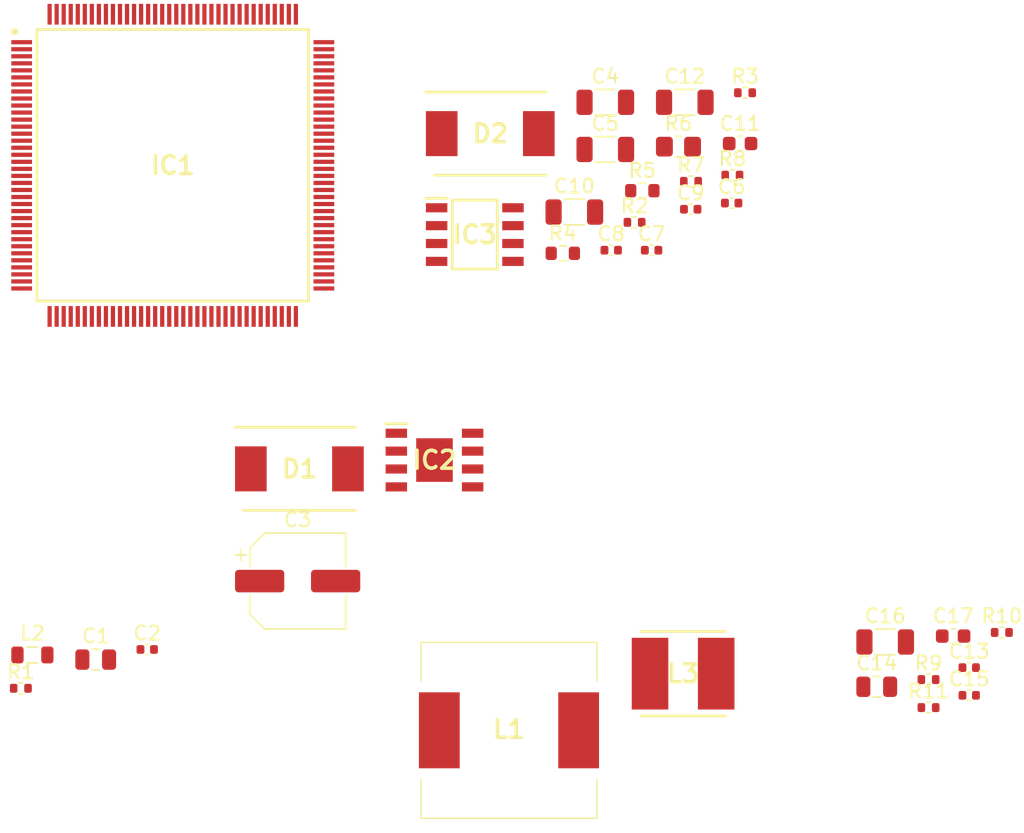
<source format=kicad_pcb>
(kicad_pcb (version 20171130) (host pcbnew "(5.1.8)-1")

  (general
    (thickness 1.6)
    (drawings 0)
    (tracks 0)
    (zones 0)
    (modules 36)
    (nets 180)
  )

  (page A4)
  (layers
    (0 F.Cu signal)
    (31 B.Cu signal)
    (32 B.Adhes user)
    (33 F.Adhes user)
    (34 B.Paste user)
    (35 F.Paste user)
    (36 B.SilkS user)
    (37 F.SilkS user)
    (38 B.Mask user)
    (39 F.Mask user)
    (40 Dwgs.User user)
    (41 Cmts.User user)
    (42 Eco1.User user)
    (43 Eco2.User user)
    (44 Edge.Cuts user)
    (45 Margin user)
    (46 B.CrtYd user)
    (47 F.CrtYd user)
    (48 B.Fab user)
    (49 F.Fab user)
  )

  (setup
    (last_trace_width 0.25)
    (trace_clearance 0.2)
    (zone_clearance 0.508)
    (zone_45_only no)
    (trace_min 0.2)
    (via_size 0.8)
    (via_drill 0.4)
    (via_min_size 0.4)
    (via_min_drill 0.3)
    (uvia_size 0.3)
    (uvia_drill 0.1)
    (uvias_allowed no)
    (uvia_min_size 0.2)
    (uvia_min_drill 0.1)
    (edge_width 0.05)
    (segment_width 0.2)
    (pcb_text_width 0.3)
    (pcb_text_size 1.5 1.5)
    (mod_edge_width 0.12)
    (mod_text_size 1 1)
    (mod_text_width 0.15)
    (pad_size 1.524 1.524)
    (pad_drill 0.762)
    (pad_to_mask_clearance 0)
    (aux_axis_origin 0 0)
    (visible_elements 7FFFFFFF)
    (pcbplotparams
      (layerselection 0x010fc_ffffffff)
      (usegerberextensions false)
      (usegerberattributes true)
      (usegerberadvancedattributes true)
      (creategerberjobfile true)
      (excludeedgelayer true)
      (linewidth 0.100000)
      (plotframeref false)
      (viasonmask false)
      (mode 1)
      (useauxorigin false)
      (hpglpennumber 1)
      (hpglpenspeed 20)
      (hpglpendiameter 15.000000)
      (psnegative false)
      (psa4output false)
      (plotreference true)
      (plotvalue true)
      (plotinvisibletext false)
      (padsonsilk false)
      (subtractmaskfromsilk false)
      (outputformat 1)
      (mirror false)
      (drillshape 1)
      (scaleselection 1)
      (outputdirectory ""))
  )

  (net 0 "")
  (net 1 GND)
  (net 2 "Net-(C2-Pad1)")
  (net 3 "Net-(C2-Pad2)")
  (net 4 +5V)
  (net 5 "Net-(IC1-Pad1)")
  (net 6 "Net-(IC1-Pad2)")
  (net 7 "Net-(IC1-Pad3)")
  (net 8 "Net-(IC1-Pad4)")
  (net 9 "Net-(IC1-Pad5)")
  (net 10 "Net-(IC1-Pad6)")
  (net 11 "Net-(IC1-Pad7)")
  (net 12 "Net-(IC1-Pad8)")
  (net 13 "Net-(IC1-Pad9)")
  (net 14 "Net-(IC1-Pad10)")
  (net 15 "Net-(IC1-Pad11)")
  (net 16 "Net-(IC1-Pad12)")
  (net 17 "Net-(IC1-Pad13)")
  (net 18 "Net-(IC1-Pad14)")
  (net 19 "Net-(IC1-Pad15)")
  (net 20 "Net-(IC1-Pad16)")
  (net 21 "Net-(IC1-Pad17)")
  (net 22 "Net-(IC1-Pad18)")
  (net 23 "Net-(IC1-Pad19)")
  (net 24 "Net-(IC1-Pad20)")
  (net 25 "Net-(IC1-Pad21)")
  (net 26 "Net-(IC1-Pad22)")
  (net 27 "Net-(IC1-Pad23)")
  (net 28 "Net-(IC1-Pad24)")
  (net 29 "Net-(IC1-Pad25)")
  (net 30 "Net-(IC1-Pad26)")
  (net 31 "Net-(IC1-Pad27)")
  (net 32 "Net-(IC1-Pad28)")
  (net 33 "Net-(IC1-Pad29)")
  (net 34 "Net-(IC1-Pad30)")
  (net 35 "Net-(IC1-Pad31)")
  (net 36 "Net-(IC1-Pad32)")
  (net 37 "Net-(IC1-Pad33)")
  (net 38 "Net-(IC1-Pad34)")
  (net 39 "Net-(IC1-Pad35)")
  (net 40 "Net-(IC1-Pad36)")
  (net 41 "Net-(IC1-Pad37)")
  (net 42 "Net-(IC1-Pad38)")
  (net 43 "Net-(IC1-Pad39)")
  (net 44 "Net-(IC1-Pad40)")
  (net 45 "Net-(IC1-Pad41)")
  (net 46 "Net-(IC1-Pad42)")
  (net 47 "Net-(IC1-Pad43)")
  (net 48 "Net-(IC1-Pad44)")
  (net 49 "Net-(IC1-Pad45)")
  (net 50 "Net-(IC1-Pad46)")
  (net 51 "Net-(IC1-Pad47)")
  (net 52 "Net-(IC1-Pad48)")
  (net 53 "Net-(IC1-Pad49)")
  (net 54 "Net-(IC1-Pad50)")
  (net 55 "Net-(IC1-Pad51)")
  (net 56 "Net-(IC1-Pad52)")
  (net 57 "Net-(IC1-Pad53)")
  (net 58 "Net-(IC1-Pad54)")
  (net 59 "Net-(IC1-Pad55)")
  (net 60 "Net-(IC1-Pad56)")
  (net 61 "Net-(IC1-Pad57)")
  (net 62 "Net-(IC1-Pad58)")
  (net 63 "Net-(IC1-Pad59)")
  (net 64 "Net-(IC1-Pad60)")
  (net 65 "Net-(IC1-Pad61)")
  (net 66 "Net-(IC1-Pad62)")
  (net 67 "Net-(IC1-Pad63)")
  (net 68 "Net-(IC1-Pad64)")
  (net 69 "Net-(IC1-Pad65)")
  (net 70 "Net-(IC1-Pad66)")
  (net 71 "Net-(IC1-Pad67)")
  (net 72 "Net-(IC1-Pad68)")
  (net 73 "Net-(IC1-Pad69)")
  (net 74 "Net-(IC1-Pad70)")
  (net 75 "Net-(IC1-Pad71)")
  (net 76 "Net-(IC1-Pad72)")
  (net 77 "Net-(IC1-Pad73)")
  (net 78 "Net-(IC1-Pad74)")
  (net 79 "Net-(IC1-Pad75)")
  (net 80 "Net-(IC1-Pad76)")
  (net 81 "Net-(IC1-Pad77)")
  (net 82 "Net-(IC1-Pad78)")
  (net 83 "Net-(IC1-Pad79)")
  (net 84 "Net-(IC1-Pad80)")
  (net 85 "Net-(IC1-Pad81)")
  (net 86 "Net-(IC1-Pad82)")
  (net 87 "Net-(IC1-Pad83)")
  (net 88 "Net-(IC1-Pad84)")
  (net 89 "Net-(IC1-Pad85)")
  (net 90 "Net-(IC1-Pad86)")
  (net 91 "Net-(IC1-Pad87)")
  (net 92 "Net-(IC1-Pad88)")
  (net 93 "Net-(IC1-Pad89)")
  (net 94 "Net-(IC1-Pad90)")
  (net 95 "Net-(IC1-Pad91)")
  (net 96 "Net-(IC1-Pad92)")
  (net 97 "Net-(IC1-Pad93)")
  (net 98 "Net-(IC1-Pad94)")
  (net 99 "Net-(IC1-Pad95)")
  (net 100 "Net-(IC1-Pad96)")
  (net 101 "Net-(IC1-Pad97)")
  (net 102 "Net-(IC1-Pad98)")
  (net 103 "Net-(IC1-Pad99)")
  (net 104 "Net-(IC1-Pad100)")
  (net 105 "Net-(IC1-Pad101)")
  (net 106 "Net-(IC1-Pad102)")
  (net 107 "Net-(IC1-Pad103)")
  (net 108 "Net-(IC1-Pad104)")
  (net 109 "Net-(IC1-Pad105)")
  (net 110 "Net-(IC1-Pad106)")
  (net 111 "Net-(IC1-Pad107)")
  (net 112 "Net-(IC1-Pad108)")
  (net 113 "Net-(IC1-Pad109)")
  (net 114 "Net-(IC1-Pad110)")
  (net 115 "Net-(IC1-Pad111)")
  (net 116 "Net-(IC1-Pad112)")
  (net 117 "Net-(IC1-Pad113)")
  (net 118 "Net-(IC1-Pad114)")
  (net 119 "Net-(IC1-Pad115)")
  (net 120 "Net-(IC1-Pad116)")
  (net 121 "Net-(IC1-Pad117)")
  (net 122 "Net-(IC1-Pad118)")
  (net 123 "Net-(IC1-Pad119)")
  (net 124 "Net-(IC1-Pad120)")
  (net 125 "Net-(IC1-Pad121)")
  (net 126 "Net-(IC1-Pad122)")
  (net 127 "Net-(IC1-Pad123)")
  (net 128 "Net-(IC1-Pad124)")
  (net 129 "Net-(IC1-Pad125)")
  (net 130 "Net-(IC1-Pad126)")
  (net 131 "Net-(IC1-Pad127)")
  (net 132 "Net-(IC1-Pad128)")
  (net 133 "Net-(IC1-Pad129)")
  (net 134 "Net-(IC1-Pad130)")
  (net 135 "Net-(IC1-Pad131)")
  (net 136 "Net-(IC1-Pad132)")
  (net 137 "Net-(IC1-Pad133)")
  (net 138 "Net-(IC1-Pad134)")
  (net 139 "Net-(IC1-Pad135)")
  (net 140 "Net-(IC1-Pad136)")
  (net 141 "Net-(IC1-Pad137)")
  (net 142 "Net-(IC1-Pad138)")
  (net 143 "Net-(IC1-Pad139)")
  (net 144 "Net-(IC1-Pad140)")
  (net 145 "Net-(IC1-Pad141)")
  (net 146 "Net-(IC1-Pad142)")
  (net 147 "Net-(IC1-Pad143)")
  (net 148 "Net-(IC1-Pad144)")
  (net 149 "Net-(IC2-Pad2)")
  (net 150 "Net-(IC2-Pad3)")
  (net 151 "Net-(IC2-Pad4)")
  (net 152 /power/ENA)
  (net 153 "Net-(L1-Pad2)")
  (net 154 "Net-(C7-Pad2)")
  (net 155 "Net-(C7-Pad1)")
  (net 156 "Net-(C8-Pad1)")
  (net 157 "Net-(C11-Pad1)")
  (net 158 "Net-(C9-Pad2)")
  (net 159 +3V3)
  (net 160 "Net-(IC3-Pad3)")
  (net 161 "Net-(IC3-Pad5)")
  (net 162 "Net-(R6-Pad2)")
  (net 163 +VDC)
  (net 164 "Net-(C13-Pad1)")
  (net 165 "Net-(C13-Pad2)")
  (net 166 "Net-(C14-Pad1)")
  (net 167 "Net-(C14-Pad2)")
  (net 168 "Net-(C15-Pad2)")
  (net 169 "Net-(C15-Pad1)")
  (net 170 "Net-(C16-Pad1)")
  (net 171 "Net-(C16-Pad2)")
  (net 172 "Net-(C17-Pad1)")
  (net 173 "Net-(C17-Pad2)")
  (net 174 "Net-(R9-Pad2)")
  (net 175 "Net-(R9-Pad1)")
  (net 176 "Net-(R10-Pad1)")
  (net 177 "Net-(R10-Pad2)")
  (net 178 "Net-(R11-Pad1)")
  (net 179 "Net-(R11-Pad2)")

  (net_class Default "This is the default net class."
    (clearance 0.2)
    (trace_width 0.25)
    (via_dia 0.8)
    (via_drill 0.4)
    (uvia_dia 0.3)
    (uvia_drill 0.1)
    (add_net +3V3)
    (add_net +5V)
    (add_net +VDC)
    (add_net /power/ENA)
    (add_net GND)
    (add_net "Net-(C11-Pad1)")
    (add_net "Net-(C13-Pad1)")
    (add_net "Net-(C13-Pad2)")
    (add_net "Net-(C14-Pad1)")
    (add_net "Net-(C14-Pad2)")
    (add_net "Net-(C15-Pad1)")
    (add_net "Net-(C15-Pad2)")
    (add_net "Net-(C16-Pad1)")
    (add_net "Net-(C16-Pad2)")
    (add_net "Net-(C17-Pad1)")
    (add_net "Net-(C17-Pad2)")
    (add_net "Net-(C2-Pad1)")
    (add_net "Net-(C2-Pad2)")
    (add_net "Net-(C7-Pad1)")
    (add_net "Net-(C7-Pad2)")
    (add_net "Net-(C8-Pad1)")
    (add_net "Net-(C9-Pad2)")
    (add_net "Net-(IC1-Pad1)")
    (add_net "Net-(IC1-Pad10)")
    (add_net "Net-(IC1-Pad100)")
    (add_net "Net-(IC1-Pad101)")
    (add_net "Net-(IC1-Pad102)")
    (add_net "Net-(IC1-Pad103)")
    (add_net "Net-(IC1-Pad104)")
    (add_net "Net-(IC1-Pad105)")
    (add_net "Net-(IC1-Pad106)")
    (add_net "Net-(IC1-Pad107)")
    (add_net "Net-(IC1-Pad108)")
    (add_net "Net-(IC1-Pad109)")
    (add_net "Net-(IC1-Pad11)")
    (add_net "Net-(IC1-Pad110)")
    (add_net "Net-(IC1-Pad111)")
    (add_net "Net-(IC1-Pad112)")
    (add_net "Net-(IC1-Pad113)")
    (add_net "Net-(IC1-Pad114)")
    (add_net "Net-(IC1-Pad115)")
    (add_net "Net-(IC1-Pad116)")
    (add_net "Net-(IC1-Pad117)")
    (add_net "Net-(IC1-Pad118)")
    (add_net "Net-(IC1-Pad119)")
    (add_net "Net-(IC1-Pad12)")
    (add_net "Net-(IC1-Pad120)")
    (add_net "Net-(IC1-Pad121)")
    (add_net "Net-(IC1-Pad122)")
    (add_net "Net-(IC1-Pad123)")
    (add_net "Net-(IC1-Pad124)")
    (add_net "Net-(IC1-Pad125)")
    (add_net "Net-(IC1-Pad126)")
    (add_net "Net-(IC1-Pad127)")
    (add_net "Net-(IC1-Pad128)")
    (add_net "Net-(IC1-Pad129)")
    (add_net "Net-(IC1-Pad13)")
    (add_net "Net-(IC1-Pad130)")
    (add_net "Net-(IC1-Pad131)")
    (add_net "Net-(IC1-Pad132)")
    (add_net "Net-(IC1-Pad133)")
    (add_net "Net-(IC1-Pad134)")
    (add_net "Net-(IC1-Pad135)")
    (add_net "Net-(IC1-Pad136)")
    (add_net "Net-(IC1-Pad137)")
    (add_net "Net-(IC1-Pad138)")
    (add_net "Net-(IC1-Pad139)")
    (add_net "Net-(IC1-Pad14)")
    (add_net "Net-(IC1-Pad140)")
    (add_net "Net-(IC1-Pad141)")
    (add_net "Net-(IC1-Pad142)")
    (add_net "Net-(IC1-Pad143)")
    (add_net "Net-(IC1-Pad144)")
    (add_net "Net-(IC1-Pad15)")
    (add_net "Net-(IC1-Pad16)")
    (add_net "Net-(IC1-Pad17)")
    (add_net "Net-(IC1-Pad18)")
    (add_net "Net-(IC1-Pad19)")
    (add_net "Net-(IC1-Pad2)")
    (add_net "Net-(IC1-Pad20)")
    (add_net "Net-(IC1-Pad21)")
    (add_net "Net-(IC1-Pad22)")
    (add_net "Net-(IC1-Pad23)")
    (add_net "Net-(IC1-Pad24)")
    (add_net "Net-(IC1-Pad25)")
    (add_net "Net-(IC1-Pad26)")
    (add_net "Net-(IC1-Pad27)")
    (add_net "Net-(IC1-Pad28)")
    (add_net "Net-(IC1-Pad29)")
    (add_net "Net-(IC1-Pad3)")
    (add_net "Net-(IC1-Pad30)")
    (add_net "Net-(IC1-Pad31)")
    (add_net "Net-(IC1-Pad32)")
    (add_net "Net-(IC1-Pad33)")
    (add_net "Net-(IC1-Pad34)")
    (add_net "Net-(IC1-Pad35)")
    (add_net "Net-(IC1-Pad36)")
    (add_net "Net-(IC1-Pad37)")
    (add_net "Net-(IC1-Pad38)")
    (add_net "Net-(IC1-Pad39)")
    (add_net "Net-(IC1-Pad4)")
    (add_net "Net-(IC1-Pad40)")
    (add_net "Net-(IC1-Pad41)")
    (add_net "Net-(IC1-Pad42)")
    (add_net "Net-(IC1-Pad43)")
    (add_net "Net-(IC1-Pad44)")
    (add_net "Net-(IC1-Pad45)")
    (add_net "Net-(IC1-Pad46)")
    (add_net "Net-(IC1-Pad47)")
    (add_net "Net-(IC1-Pad48)")
    (add_net "Net-(IC1-Pad49)")
    (add_net "Net-(IC1-Pad5)")
    (add_net "Net-(IC1-Pad50)")
    (add_net "Net-(IC1-Pad51)")
    (add_net "Net-(IC1-Pad52)")
    (add_net "Net-(IC1-Pad53)")
    (add_net "Net-(IC1-Pad54)")
    (add_net "Net-(IC1-Pad55)")
    (add_net "Net-(IC1-Pad56)")
    (add_net "Net-(IC1-Pad57)")
    (add_net "Net-(IC1-Pad58)")
    (add_net "Net-(IC1-Pad59)")
    (add_net "Net-(IC1-Pad6)")
    (add_net "Net-(IC1-Pad60)")
    (add_net "Net-(IC1-Pad61)")
    (add_net "Net-(IC1-Pad62)")
    (add_net "Net-(IC1-Pad63)")
    (add_net "Net-(IC1-Pad64)")
    (add_net "Net-(IC1-Pad65)")
    (add_net "Net-(IC1-Pad66)")
    (add_net "Net-(IC1-Pad67)")
    (add_net "Net-(IC1-Pad68)")
    (add_net "Net-(IC1-Pad69)")
    (add_net "Net-(IC1-Pad7)")
    (add_net "Net-(IC1-Pad70)")
    (add_net "Net-(IC1-Pad71)")
    (add_net "Net-(IC1-Pad72)")
    (add_net "Net-(IC1-Pad73)")
    (add_net "Net-(IC1-Pad74)")
    (add_net "Net-(IC1-Pad75)")
    (add_net "Net-(IC1-Pad76)")
    (add_net "Net-(IC1-Pad77)")
    (add_net "Net-(IC1-Pad78)")
    (add_net "Net-(IC1-Pad79)")
    (add_net "Net-(IC1-Pad8)")
    (add_net "Net-(IC1-Pad80)")
    (add_net "Net-(IC1-Pad81)")
    (add_net "Net-(IC1-Pad82)")
    (add_net "Net-(IC1-Pad83)")
    (add_net "Net-(IC1-Pad84)")
    (add_net "Net-(IC1-Pad85)")
    (add_net "Net-(IC1-Pad86)")
    (add_net "Net-(IC1-Pad87)")
    (add_net "Net-(IC1-Pad88)")
    (add_net "Net-(IC1-Pad89)")
    (add_net "Net-(IC1-Pad9)")
    (add_net "Net-(IC1-Pad90)")
    (add_net "Net-(IC1-Pad91)")
    (add_net "Net-(IC1-Pad92)")
    (add_net "Net-(IC1-Pad93)")
    (add_net "Net-(IC1-Pad94)")
    (add_net "Net-(IC1-Pad95)")
    (add_net "Net-(IC1-Pad96)")
    (add_net "Net-(IC1-Pad97)")
    (add_net "Net-(IC1-Pad98)")
    (add_net "Net-(IC1-Pad99)")
    (add_net "Net-(IC2-Pad2)")
    (add_net "Net-(IC2-Pad3)")
    (add_net "Net-(IC2-Pad4)")
    (add_net "Net-(IC3-Pad3)")
    (add_net "Net-(IC3-Pad5)")
    (add_net "Net-(L1-Pad2)")
    (add_net "Net-(R10-Pad1)")
    (add_net "Net-(R10-Pad2)")
    (add_net "Net-(R11-Pad1)")
    (add_net "Net-(R11-Pad2)")
    (add_net "Net-(R6-Pad2)")
    (add_net "Net-(R9-Pad1)")
    (add_net "Net-(R9-Pad2)")
  )

  (module Capacitor_SMD:C_0805_2012Metric (layer F.Cu) (tedit 5F68FEEE) (tstamp 5FF8C58A)
    (at 148.261001 89.547001)
    (descr "Capacitor SMD 0805 (2012 Metric), square (rectangular) end terminal, IPC_7351 nominal, (Body size source: IPC-SM-782 page 76, https://www.pcb-3d.com/wordpress/wp-content/uploads/ipc-sm-782a_amendment_1_and_2.pdf, https://docs.google.com/spreadsheets/d/1BsfQQcO9C6DZCsRaXUlFlo91Tg2WpOkGARC1WS5S8t0/edit?usp=sharing), generated with kicad-footprint-generator")
    (tags capacitor)
    (path /5FF87377/5FF887D5)
    (attr smd)
    (fp_text reference C1 (at 0 -1.68) (layer F.SilkS)
      (effects (font (size 1 1) (thickness 0.15)))
    )
    (fp_text value 10u (at 0 1.68) (layer F.Fab)
      (effects (font (size 1 1) (thickness 0.15)))
    )
    (fp_line (start 1.7 0.98) (end -1.7 0.98) (layer F.CrtYd) (width 0.05))
    (fp_line (start 1.7 -0.98) (end 1.7 0.98) (layer F.CrtYd) (width 0.05))
    (fp_line (start -1.7 -0.98) (end 1.7 -0.98) (layer F.CrtYd) (width 0.05))
    (fp_line (start -1.7 0.98) (end -1.7 -0.98) (layer F.CrtYd) (width 0.05))
    (fp_line (start -0.261252 0.735) (end 0.261252 0.735) (layer F.SilkS) (width 0.12))
    (fp_line (start -0.261252 -0.735) (end 0.261252 -0.735) (layer F.SilkS) (width 0.12))
    (fp_line (start 1 0.625) (end -1 0.625) (layer F.Fab) (width 0.1))
    (fp_line (start 1 -0.625) (end 1 0.625) (layer F.Fab) (width 0.1))
    (fp_line (start -1 -0.625) (end 1 -0.625) (layer F.Fab) (width 0.1))
    (fp_line (start -1 0.625) (end -1 -0.625) (layer F.Fab) (width 0.1))
    (fp_text user %R (at 0 0) (layer F.Fab)
      (effects (font (size 0.5 0.5) (thickness 0.08)))
    )
    (pad 1 smd roundrect (at -0.95 0) (size 1 1.45) (layers F.Cu F.Paste F.Mask) (roundrect_rratio 0.25)
      (net 163 +VDC))
    (pad 2 smd roundrect (at 0.95 0) (size 1 1.45) (layers F.Cu F.Paste F.Mask) (roundrect_rratio 0.25)
      (net 1 GND))
    (model ${KISYS3DMOD}/Capacitor_SMD.3dshapes/C_0805_2012Metric.wrl
      (at (xyz 0 0 0))
      (scale (xyz 1 1 1))
      (rotate (xyz 0 0 0))
    )
  )

  (module Capacitor_SMD:C_0402_1005Metric (layer F.Cu) (tedit 5F68FEEE) (tstamp 5FF8C59B)
    (at 151.921001 88.827001)
    (descr "Capacitor SMD 0402 (1005 Metric), square (rectangular) end terminal, IPC_7351 nominal, (Body size source: IPC-SM-782 page 76, https://www.pcb-3d.com/wordpress/wp-content/uploads/ipc-sm-782a_amendment_1_and_2.pdf), generated with kicad-footprint-generator")
    (tags capacitor)
    (path /5FF87377/5FF8E89C)
    (attr smd)
    (fp_text reference C2 (at 0 -1.16) (layer F.SilkS)
      (effects (font (size 1 1) (thickness 0.15)))
    )
    (fp_text value 10n (at 0 1.16) (layer F.Fab)
      (effects (font (size 1 1) (thickness 0.15)))
    )
    (fp_line (start 0.91 0.46) (end -0.91 0.46) (layer F.CrtYd) (width 0.05))
    (fp_line (start 0.91 -0.46) (end 0.91 0.46) (layer F.CrtYd) (width 0.05))
    (fp_line (start -0.91 -0.46) (end 0.91 -0.46) (layer F.CrtYd) (width 0.05))
    (fp_line (start -0.91 0.46) (end -0.91 -0.46) (layer F.CrtYd) (width 0.05))
    (fp_line (start -0.107836 0.36) (end 0.107836 0.36) (layer F.SilkS) (width 0.12))
    (fp_line (start -0.107836 -0.36) (end 0.107836 -0.36) (layer F.SilkS) (width 0.12))
    (fp_line (start 0.5 0.25) (end -0.5 0.25) (layer F.Fab) (width 0.1))
    (fp_line (start 0.5 -0.25) (end 0.5 0.25) (layer F.Fab) (width 0.1))
    (fp_line (start -0.5 -0.25) (end 0.5 -0.25) (layer F.Fab) (width 0.1))
    (fp_line (start -0.5 0.25) (end -0.5 -0.25) (layer F.Fab) (width 0.1))
    (fp_text user %R (at 0 0) (layer F.Fab)
      (effects (font (size 0.25 0.25) (thickness 0.04)))
    )
    (pad 1 smd roundrect (at -0.48 0) (size 0.56 0.62) (layers F.Cu F.Paste F.Mask) (roundrect_rratio 0.25)
      (net 2 "Net-(C2-Pad1)"))
    (pad 2 smd roundrect (at 0.48 0) (size 0.56 0.62) (layers F.Cu F.Paste F.Mask) (roundrect_rratio 0.25)
      (net 3 "Net-(C2-Pad2)"))
    (model ${KISYS3DMOD}/Capacitor_SMD.3dshapes/C_0402_1005Metric.wrl
      (at (xyz 0 0 0))
      (scale (xyz 1 1 1))
      (rotate (xyz 0 0 0))
    )
  )

  (module Capacitor_SMD:CP_Elec_6.3x7.7 (layer F.Cu) (tedit 5BCA39D0) (tstamp 5FF8C5C3)
    (at 162.611001 83.967001)
    (descr "SMD capacitor, aluminum electrolytic, Nichicon, 6.3x7.7mm")
    (tags "capacitor electrolytic")
    (path /5FF87377/5FF8E25C)
    (attr smd)
    (fp_text reference C3 (at 0 -4.35) (layer F.SilkS)
      (effects (font (size 1 1) (thickness 0.15)))
    )
    (fp_text value 220uF_E (at 0 4.35) (layer F.Fab)
      (effects (font (size 1 1) (thickness 0.15)))
    )
    (fp_line (start -4.7 1.05) (end -3.55 1.05) (layer F.CrtYd) (width 0.05))
    (fp_line (start -4.7 -1.05) (end -4.7 1.05) (layer F.CrtYd) (width 0.05))
    (fp_line (start -3.55 -1.05) (end -4.7 -1.05) (layer F.CrtYd) (width 0.05))
    (fp_line (start -3.55 1.05) (end -3.55 2.4) (layer F.CrtYd) (width 0.05))
    (fp_line (start -3.55 -2.4) (end -3.55 -1.05) (layer F.CrtYd) (width 0.05))
    (fp_line (start -3.55 -2.4) (end -2.4 -3.55) (layer F.CrtYd) (width 0.05))
    (fp_line (start -3.55 2.4) (end -2.4 3.55) (layer F.CrtYd) (width 0.05))
    (fp_line (start -2.4 -3.55) (end 3.55 -3.55) (layer F.CrtYd) (width 0.05))
    (fp_line (start -2.4 3.55) (end 3.55 3.55) (layer F.CrtYd) (width 0.05))
    (fp_line (start 3.55 1.05) (end 3.55 3.55) (layer F.CrtYd) (width 0.05))
    (fp_line (start 4.7 1.05) (end 3.55 1.05) (layer F.CrtYd) (width 0.05))
    (fp_line (start 4.7 -1.05) (end 4.7 1.05) (layer F.CrtYd) (width 0.05))
    (fp_line (start 3.55 -1.05) (end 4.7 -1.05) (layer F.CrtYd) (width 0.05))
    (fp_line (start 3.55 -3.55) (end 3.55 -1.05) (layer F.CrtYd) (width 0.05))
    (fp_line (start -4.04375 -2.24125) (end -4.04375 -1.45375) (layer F.SilkS) (width 0.12))
    (fp_line (start -4.4375 -1.8475) (end -3.65 -1.8475) (layer F.SilkS) (width 0.12))
    (fp_line (start -3.41 2.345563) (end -2.345563 3.41) (layer F.SilkS) (width 0.12))
    (fp_line (start -3.41 -2.345563) (end -2.345563 -3.41) (layer F.SilkS) (width 0.12))
    (fp_line (start -3.41 -2.345563) (end -3.41 -1.06) (layer F.SilkS) (width 0.12))
    (fp_line (start -3.41 2.345563) (end -3.41 1.06) (layer F.SilkS) (width 0.12))
    (fp_line (start -2.345563 3.41) (end 3.41 3.41) (layer F.SilkS) (width 0.12))
    (fp_line (start -2.345563 -3.41) (end 3.41 -3.41) (layer F.SilkS) (width 0.12))
    (fp_line (start 3.41 -3.41) (end 3.41 -1.06) (layer F.SilkS) (width 0.12))
    (fp_line (start 3.41 3.41) (end 3.41 1.06) (layer F.SilkS) (width 0.12))
    (fp_line (start -2.389838 -1.645) (end -2.389838 -1.015) (layer F.Fab) (width 0.1))
    (fp_line (start -2.704838 -1.33) (end -2.074838 -1.33) (layer F.Fab) (width 0.1))
    (fp_line (start -3.3 2.3) (end -2.3 3.3) (layer F.Fab) (width 0.1))
    (fp_line (start -3.3 -2.3) (end -2.3 -3.3) (layer F.Fab) (width 0.1))
    (fp_line (start -3.3 -2.3) (end -3.3 2.3) (layer F.Fab) (width 0.1))
    (fp_line (start -2.3 3.3) (end 3.3 3.3) (layer F.Fab) (width 0.1))
    (fp_line (start -2.3 -3.3) (end 3.3 -3.3) (layer F.Fab) (width 0.1))
    (fp_line (start 3.3 -3.3) (end 3.3 3.3) (layer F.Fab) (width 0.1))
    (fp_circle (center 0 0) (end 3.15 0) (layer F.Fab) (width 0.1))
    (fp_text user %R (at 0 0) (layer F.Fab)
      (effects (font (size 1 1) (thickness 0.15)))
    )
    (pad 1 smd roundrect (at -2.7 0) (size 3.5 1.6) (layers F.Cu F.Paste F.Mask) (roundrect_rratio 0.15625)
      (net 4 +5V))
    (pad 2 smd roundrect (at 2.7 0) (size 3.5 1.6) (layers F.Cu F.Paste F.Mask) (roundrect_rratio 0.15625)
      (net 1 GND))
    (model ${KISYS3DMOD}/Capacitor_SMD.3dshapes/CP_Elec_6.3x7.7.wrl
      (at (xyz 0 0 0))
      (scale (xyz 1 1 1))
      (rotate (xyz 0 0 0))
    )
  )

  (module DIOM8059X256N (layer F.Cu) (tedit 0) (tstamp 5FF8C5D5)
    (at 162.736001 75.992001)
    (descr "SMC JEDEC DO-214 AB")
    (tags "Schottky Diode")
    (path /5FF87377/5FF8C47D)
    (attr smd)
    (fp_text reference D1 (at 0 0) (layer F.SilkS)
      (effects (font (size 1.27 1.27) (thickness 0.254)))
    )
    (fp_text value SS34 (at 0 0) (layer F.SilkS) hide
      (effects (font (size 1.27 1.27) (thickness 0.254)))
    )
    (fp_line (start -3.975 2.95) (end 3.975 2.95) (layer F.SilkS) (width 0.2))
    (fp_line (start 3.975 -2.95) (end -4.575 -2.95) (layer F.SilkS) (width 0.2))
    (fp_line (start -3.975 -1.825) (end -2.85 -2.95) (layer F.Fab) (width 0.1))
    (fp_line (start -3.975 2.95) (end -3.975 -2.95) (layer F.Fab) (width 0.1))
    (fp_line (start 3.975 2.95) (end -3.975 2.95) (layer F.Fab) (width 0.1))
    (fp_line (start 3.975 -2.95) (end 3.975 2.95) (layer F.Fab) (width 0.1))
    (fp_line (start -3.975 -2.95) (end 3.975 -2.95) (layer F.Fab) (width 0.1))
    (fp_line (start -4.825 3.375) (end -4.825 -3.375) (layer F.CrtYd) (width 0.05))
    (fp_line (start 4.825 3.375) (end -4.825 3.375) (layer F.CrtYd) (width 0.05))
    (fp_line (start 4.825 -3.375) (end 4.825 3.375) (layer F.CrtYd) (width 0.05))
    (fp_line (start -4.825 -3.375) (end 4.825 -3.375) (layer F.CrtYd) (width 0.05))
    (fp_text user %R (at 0 0) (layer F.Fab)
      (effects (font (size 1.27 1.27) (thickness 0.254)))
    )
    (pad 1 smd rect (at -3.45 0) (size 2.25 3.2) (layers F.Cu F.Paste F.Mask)
      (net 2 "Net-(C2-Pad1)"))
    (pad 2 smd rect (at 3.45 0) (size 2.25 3.2) (layers F.Cu F.Paste F.Mask)
      (net 1 GND))
    (model C:\Users\Jason\OneDrive\KiCad\SamacSys\SamacSys_Parts.3dshapes\SS34.stp
      (at (xyz 0 0 0))
      (scale (xyz 1 1 1))
      (rotate (xyz 0 0 0))
    )
  )

  (module QFP50P2200X2200X160-144N (layer F.Cu) (tedit 0) (tstamp 5FF8C678)
    (at 153.736001 54.422001)
    (descr LQFP-144)
    (tags "Integrated Circuit")
    (path /5FF751EB)
    (attr smd)
    (fp_text reference IC1 (at 0 0) (layer F.SilkS)
      (effects (font (size 1.27 1.27) (thickness 0.254)))
    )
    (fp_text value STM32F429ZGT6 (at 0 0) (layer F.SilkS) hide
      (effects (font (size 1.27 1.27) (thickness 0.254)))
    )
    (fp_circle (center -11.225 -9.5) (end -11.225 -9.375) (layer F.SilkS) (width 0.25))
    (fp_line (start -9.65 9.65) (end -9.65 -9.65) (layer F.SilkS) (width 0.2))
    (fp_line (start 9.65 9.65) (end -9.65 9.65) (layer F.SilkS) (width 0.2))
    (fp_line (start 9.65 -9.65) (end 9.65 9.65) (layer F.SilkS) (width 0.2))
    (fp_line (start -9.65 -9.65) (end 9.65 -9.65) (layer F.SilkS) (width 0.2))
    (fp_line (start -10 -9.5) (end -9.5 -10) (layer F.Fab) (width 0.1))
    (fp_line (start -10 10) (end -10 -10) (layer F.Fab) (width 0.1))
    (fp_line (start 10 10) (end -10 10) (layer F.Fab) (width 0.1))
    (fp_line (start 10 -10) (end 10 10) (layer F.Fab) (width 0.1))
    (fp_line (start -10 -10) (end 10 -10) (layer F.Fab) (width 0.1))
    (fp_line (start -11.725 11.725) (end -11.725 -11.725) (layer F.CrtYd) (width 0.05))
    (fp_line (start 11.725 11.725) (end -11.725 11.725) (layer F.CrtYd) (width 0.05))
    (fp_line (start 11.725 -11.725) (end 11.725 11.725) (layer F.CrtYd) (width 0.05))
    (fp_line (start -11.725 -11.725) (end 11.725 -11.725) (layer F.CrtYd) (width 0.05))
    (fp_text user %R (at 0 0) (layer F.Fab)
      (effects (font (size 1.27 1.27) (thickness 0.254)))
    )
    (pad 1 smd rect (at -10.738 -8.75 90) (size 0.3 1.475) (layers F.Cu F.Paste F.Mask)
      (net 5 "Net-(IC1-Pad1)"))
    (pad 2 smd rect (at -10.738 -8.25 90) (size 0.3 1.475) (layers F.Cu F.Paste F.Mask)
      (net 6 "Net-(IC1-Pad2)"))
    (pad 3 smd rect (at -10.738 -7.75 90) (size 0.3 1.475) (layers F.Cu F.Paste F.Mask)
      (net 7 "Net-(IC1-Pad3)"))
    (pad 4 smd rect (at -10.738 -7.25 90) (size 0.3 1.475) (layers F.Cu F.Paste F.Mask)
      (net 8 "Net-(IC1-Pad4)"))
    (pad 5 smd rect (at -10.738 -6.75 90) (size 0.3 1.475) (layers F.Cu F.Paste F.Mask)
      (net 9 "Net-(IC1-Pad5)"))
    (pad 6 smd rect (at -10.738 -6.25 90) (size 0.3 1.475) (layers F.Cu F.Paste F.Mask)
      (net 10 "Net-(IC1-Pad6)"))
    (pad 7 smd rect (at -10.738 -5.75 90) (size 0.3 1.475) (layers F.Cu F.Paste F.Mask)
      (net 11 "Net-(IC1-Pad7)"))
    (pad 8 smd rect (at -10.738 -5.25 90) (size 0.3 1.475) (layers F.Cu F.Paste F.Mask)
      (net 12 "Net-(IC1-Pad8)"))
    (pad 9 smd rect (at -10.738 -4.75 90) (size 0.3 1.475) (layers F.Cu F.Paste F.Mask)
      (net 13 "Net-(IC1-Pad9)"))
    (pad 10 smd rect (at -10.738 -4.25 90) (size 0.3 1.475) (layers F.Cu F.Paste F.Mask)
      (net 14 "Net-(IC1-Pad10)"))
    (pad 11 smd rect (at -10.738 -3.75 90) (size 0.3 1.475) (layers F.Cu F.Paste F.Mask)
      (net 15 "Net-(IC1-Pad11)"))
    (pad 12 smd rect (at -10.738 -3.25 90) (size 0.3 1.475) (layers F.Cu F.Paste F.Mask)
      (net 16 "Net-(IC1-Pad12)"))
    (pad 13 smd rect (at -10.738 -2.75 90) (size 0.3 1.475) (layers F.Cu F.Paste F.Mask)
      (net 17 "Net-(IC1-Pad13)"))
    (pad 14 smd rect (at -10.738 -2.25 90) (size 0.3 1.475) (layers F.Cu F.Paste F.Mask)
      (net 18 "Net-(IC1-Pad14)"))
    (pad 15 smd rect (at -10.738 -1.75 90) (size 0.3 1.475) (layers F.Cu F.Paste F.Mask)
      (net 19 "Net-(IC1-Pad15)"))
    (pad 16 smd rect (at -10.738 -1.25 90) (size 0.3 1.475) (layers F.Cu F.Paste F.Mask)
      (net 20 "Net-(IC1-Pad16)"))
    (pad 17 smd rect (at -10.738 -0.75 90) (size 0.3 1.475) (layers F.Cu F.Paste F.Mask)
      (net 21 "Net-(IC1-Pad17)"))
    (pad 18 smd rect (at -10.738 -0.25 90) (size 0.3 1.475) (layers F.Cu F.Paste F.Mask)
      (net 22 "Net-(IC1-Pad18)"))
    (pad 19 smd rect (at -10.738 0.25 90) (size 0.3 1.475) (layers F.Cu F.Paste F.Mask)
      (net 23 "Net-(IC1-Pad19)"))
    (pad 20 smd rect (at -10.738 0.75 90) (size 0.3 1.475) (layers F.Cu F.Paste F.Mask)
      (net 24 "Net-(IC1-Pad20)"))
    (pad 21 smd rect (at -10.738 1.25 90) (size 0.3 1.475) (layers F.Cu F.Paste F.Mask)
      (net 25 "Net-(IC1-Pad21)"))
    (pad 22 smd rect (at -10.738 1.75 90) (size 0.3 1.475) (layers F.Cu F.Paste F.Mask)
      (net 26 "Net-(IC1-Pad22)"))
    (pad 23 smd rect (at -10.738 2.25 90) (size 0.3 1.475) (layers F.Cu F.Paste F.Mask)
      (net 27 "Net-(IC1-Pad23)"))
    (pad 24 smd rect (at -10.738 2.75 90) (size 0.3 1.475) (layers F.Cu F.Paste F.Mask)
      (net 28 "Net-(IC1-Pad24)"))
    (pad 25 smd rect (at -10.738 3.25 90) (size 0.3 1.475) (layers F.Cu F.Paste F.Mask)
      (net 29 "Net-(IC1-Pad25)"))
    (pad 26 smd rect (at -10.738 3.75 90) (size 0.3 1.475) (layers F.Cu F.Paste F.Mask)
      (net 30 "Net-(IC1-Pad26)"))
    (pad 27 smd rect (at -10.738 4.25 90) (size 0.3 1.475) (layers F.Cu F.Paste F.Mask)
      (net 31 "Net-(IC1-Pad27)"))
    (pad 28 smd rect (at -10.738 4.75 90) (size 0.3 1.475) (layers F.Cu F.Paste F.Mask)
      (net 32 "Net-(IC1-Pad28)"))
    (pad 29 smd rect (at -10.738 5.25 90) (size 0.3 1.475) (layers F.Cu F.Paste F.Mask)
      (net 33 "Net-(IC1-Pad29)"))
    (pad 30 smd rect (at -10.738 5.75 90) (size 0.3 1.475) (layers F.Cu F.Paste F.Mask)
      (net 34 "Net-(IC1-Pad30)"))
    (pad 31 smd rect (at -10.738 6.25 90) (size 0.3 1.475) (layers F.Cu F.Paste F.Mask)
      (net 35 "Net-(IC1-Pad31)"))
    (pad 32 smd rect (at -10.738 6.75 90) (size 0.3 1.475) (layers F.Cu F.Paste F.Mask)
      (net 36 "Net-(IC1-Pad32)"))
    (pad 33 smd rect (at -10.738 7.25 90) (size 0.3 1.475) (layers F.Cu F.Paste F.Mask)
      (net 37 "Net-(IC1-Pad33)"))
    (pad 34 smd rect (at -10.738 7.75 90) (size 0.3 1.475) (layers F.Cu F.Paste F.Mask)
      (net 38 "Net-(IC1-Pad34)"))
    (pad 35 smd rect (at -10.738 8.25 90) (size 0.3 1.475) (layers F.Cu F.Paste F.Mask)
      (net 39 "Net-(IC1-Pad35)"))
    (pad 36 smd rect (at -10.738 8.75 90) (size 0.3 1.475) (layers F.Cu F.Paste F.Mask)
      (net 40 "Net-(IC1-Pad36)"))
    (pad 37 smd rect (at -8.75 10.738) (size 0.3 1.475) (layers F.Cu F.Paste F.Mask)
      (net 41 "Net-(IC1-Pad37)"))
    (pad 38 smd rect (at -8.25 10.738) (size 0.3 1.475) (layers F.Cu F.Paste F.Mask)
      (net 42 "Net-(IC1-Pad38)"))
    (pad 39 smd rect (at -7.75 10.738) (size 0.3 1.475) (layers F.Cu F.Paste F.Mask)
      (net 43 "Net-(IC1-Pad39)"))
    (pad 40 smd rect (at -7.25 10.738) (size 0.3 1.475) (layers F.Cu F.Paste F.Mask)
      (net 44 "Net-(IC1-Pad40)"))
    (pad 41 smd rect (at -6.75 10.738) (size 0.3 1.475) (layers F.Cu F.Paste F.Mask)
      (net 45 "Net-(IC1-Pad41)"))
    (pad 42 smd rect (at -6.25 10.738) (size 0.3 1.475) (layers F.Cu F.Paste F.Mask)
      (net 46 "Net-(IC1-Pad42)"))
    (pad 43 smd rect (at -5.75 10.738) (size 0.3 1.475) (layers F.Cu F.Paste F.Mask)
      (net 47 "Net-(IC1-Pad43)"))
    (pad 44 smd rect (at -5.25 10.738) (size 0.3 1.475) (layers F.Cu F.Paste F.Mask)
      (net 48 "Net-(IC1-Pad44)"))
    (pad 45 smd rect (at -4.75 10.738) (size 0.3 1.475) (layers F.Cu F.Paste F.Mask)
      (net 49 "Net-(IC1-Pad45)"))
    (pad 46 smd rect (at -4.25 10.738) (size 0.3 1.475) (layers F.Cu F.Paste F.Mask)
      (net 50 "Net-(IC1-Pad46)"))
    (pad 47 smd rect (at -3.75 10.738) (size 0.3 1.475) (layers F.Cu F.Paste F.Mask)
      (net 51 "Net-(IC1-Pad47)"))
    (pad 48 smd rect (at -3.25 10.738) (size 0.3 1.475) (layers F.Cu F.Paste F.Mask)
      (net 52 "Net-(IC1-Pad48)"))
    (pad 49 smd rect (at -2.75 10.738) (size 0.3 1.475) (layers F.Cu F.Paste F.Mask)
      (net 53 "Net-(IC1-Pad49)"))
    (pad 50 smd rect (at -2.25 10.738) (size 0.3 1.475) (layers F.Cu F.Paste F.Mask)
      (net 54 "Net-(IC1-Pad50)"))
    (pad 51 smd rect (at -1.75 10.738) (size 0.3 1.475) (layers F.Cu F.Paste F.Mask)
      (net 55 "Net-(IC1-Pad51)"))
    (pad 52 smd rect (at -1.25 10.738) (size 0.3 1.475) (layers F.Cu F.Paste F.Mask)
      (net 56 "Net-(IC1-Pad52)"))
    (pad 53 smd rect (at -0.75 10.738) (size 0.3 1.475) (layers F.Cu F.Paste F.Mask)
      (net 57 "Net-(IC1-Pad53)"))
    (pad 54 smd rect (at -0.25 10.738) (size 0.3 1.475) (layers F.Cu F.Paste F.Mask)
      (net 58 "Net-(IC1-Pad54)"))
    (pad 55 smd rect (at 0.25 10.738) (size 0.3 1.475) (layers F.Cu F.Paste F.Mask)
      (net 59 "Net-(IC1-Pad55)"))
    (pad 56 smd rect (at 0.75 10.738) (size 0.3 1.475) (layers F.Cu F.Paste F.Mask)
      (net 60 "Net-(IC1-Pad56)"))
    (pad 57 smd rect (at 1.25 10.738) (size 0.3 1.475) (layers F.Cu F.Paste F.Mask)
      (net 61 "Net-(IC1-Pad57)"))
    (pad 58 smd rect (at 1.75 10.738) (size 0.3 1.475) (layers F.Cu F.Paste F.Mask)
      (net 62 "Net-(IC1-Pad58)"))
    (pad 59 smd rect (at 2.25 10.738) (size 0.3 1.475) (layers F.Cu F.Paste F.Mask)
      (net 63 "Net-(IC1-Pad59)"))
    (pad 60 smd rect (at 2.75 10.738) (size 0.3 1.475) (layers F.Cu F.Paste F.Mask)
      (net 64 "Net-(IC1-Pad60)"))
    (pad 61 smd rect (at 3.25 10.738) (size 0.3 1.475) (layers F.Cu F.Paste F.Mask)
      (net 65 "Net-(IC1-Pad61)"))
    (pad 62 smd rect (at 3.75 10.738) (size 0.3 1.475) (layers F.Cu F.Paste F.Mask)
      (net 66 "Net-(IC1-Pad62)"))
    (pad 63 smd rect (at 4.25 10.738) (size 0.3 1.475) (layers F.Cu F.Paste F.Mask)
      (net 67 "Net-(IC1-Pad63)"))
    (pad 64 smd rect (at 4.75 10.738) (size 0.3 1.475) (layers F.Cu F.Paste F.Mask)
      (net 68 "Net-(IC1-Pad64)"))
    (pad 65 smd rect (at 5.25 10.738) (size 0.3 1.475) (layers F.Cu F.Paste F.Mask)
      (net 69 "Net-(IC1-Pad65)"))
    (pad 66 smd rect (at 5.75 10.738) (size 0.3 1.475) (layers F.Cu F.Paste F.Mask)
      (net 70 "Net-(IC1-Pad66)"))
    (pad 67 smd rect (at 6.25 10.738) (size 0.3 1.475) (layers F.Cu F.Paste F.Mask)
      (net 71 "Net-(IC1-Pad67)"))
    (pad 68 smd rect (at 6.75 10.738) (size 0.3 1.475) (layers F.Cu F.Paste F.Mask)
      (net 72 "Net-(IC1-Pad68)"))
    (pad 69 smd rect (at 7.25 10.738) (size 0.3 1.475) (layers F.Cu F.Paste F.Mask)
      (net 73 "Net-(IC1-Pad69)"))
    (pad 70 smd rect (at 7.75 10.738) (size 0.3 1.475) (layers F.Cu F.Paste F.Mask)
      (net 74 "Net-(IC1-Pad70)"))
    (pad 71 smd rect (at 8.25 10.738) (size 0.3 1.475) (layers F.Cu F.Paste F.Mask)
      (net 75 "Net-(IC1-Pad71)"))
    (pad 72 smd rect (at 8.75 10.738) (size 0.3 1.475) (layers F.Cu F.Paste F.Mask)
      (net 76 "Net-(IC1-Pad72)"))
    (pad 73 smd rect (at 10.738 8.75 90) (size 0.3 1.475) (layers F.Cu F.Paste F.Mask)
      (net 77 "Net-(IC1-Pad73)"))
    (pad 74 smd rect (at 10.738 8.25 90) (size 0.3 1.475) (layers F.Cu F.Paste F.Mask)
      (net 78 "Net-(IC1-Pad74)"))
    (pad 75 smd rect (at 10.738 7.75 90) (size 0.3 1.475) (layers F.Cu F.Paste F.Mask)
      (net 79 "Net-(IC1-Pad75)"))
    (pad 76 smd rect (at 10.738 7.25 90) (size 0.3 1.475) (layers F.Cu F.Paste F.Mask)
      (net 80 "Net-(IC1-Pad76)"))
    (pad 77 smd rect (at 10.738 6.75 90) (size 0.3 1.475) (layers F.Cu F.Paste F.Mask)
      (net 81 "Net-(IC1-Pad77)"))
    (pad 78 smd rect (at 10.738 6.25 90) (size 0.3 1.475) (layers F.Cu F.Paste F.Mask)
      (net 82 "Net-(IC1-Pad78)"))
    (pad 79 smd rect (at 10.738 5.75 90) (size 0.3 1.475) (layers F.Cu F.Paste F.Mask)
      (net 83 "Net-(IC1-Pad79)"))
    (pad 80 smd rect (at 10.738 5.25 90) (size 0.3 1.475) (layers F.Cu F.Paste F.Mask)
      (net 84 "Net-(IC1-Pad80)"))
    (pad 81 smd rect (at 10.738 4.75 90) (size 0.3 1.475) (layers F.Cu F.Paste F.Mask)
      (net 85 "Net-(IC1-Pad81)"))
    (pad 82 smd rect (at 10.738 4.25 90) (size 0.3 1.475) (layers F.Cu F.Paste F.Mask)
      (net 86 "Net-(IC1-Pad82)"))
    (pad 83 smd rect (at 10.738 3.75 90) (size 0.3 1.475) (layers F.Cu F.Paste F.Mask)
      (net 87 "Net-(IC1-Pad83)"))
    (pad 84 smd rect (at 10.738 3.25 90) (size 0.3 1.475) (layers F.Cu F.Paste F.Mask)
      (net 88 "Net-(IC1-Pad84)"))
    (pad 85 smd rect (at 10.738 2.75 90) (size 0.3 1.475) (layers F.Cu F.Paste F.Mask)
      (net 89 "Net-(IC1-Pad85)"))
    (pad 86 smd rect (at 10.738 2.25 90) (size 0.3 1.475) (layers F.Cu F.Paste F.Mask)
      (net 90 "Net-(IC1-Pad86)"))
    (pad 87 smd rect (at 10.738 1.75 90) (size 0.3 1.475) (layers F.Cu F.Paste F.Mask)
      (net 91 "Net-(IC1-Pad87)"))
    (pad 88 smd rect (at 10.738 1.25 90) (size 0.3 1.475) (layers F.Cu F.Paste F.Mask)
      (net 92 "Net-(IC1-Pad88)"))
    (pad 89 smd rect (at 10.738 0.75 90) (size 0.3 1.475) (layers F.Cu F.Paste F.Mask)
      (net 93 "Net-(IC1-Pad89)"))
    (pad 90 smd rect (at 10.738 0.25 90) (size 0.3 1.475) (layers F.Cu F.Paste F.Mask)
      (net 94 "Net-(IC1-Pad90)"))
    (pad 91 smd rect (at 10.738 -0.25 90) (size 0.3 1.475) (layers F.Cu F.Paste F.Mask)
      (net 95 "Net-(IC1-Pad91)"))
    (pad 92 smd rect (at 10.738 -0.75 90) (size 0.3 1.475) (layers F.Cu F.Paste F.Mask)
      (net 96 "Net-(IC1-Pad92)"))
    (pad 93 smd rect (at 10.738 -1.25 90) (size 0.3 1.475) (layers F.Cu F.Paste F.Mask)
      (net 97 "Net-(IC1-Pad93)"))
    (pad 94 smd rect (at 10.738 -1.75 90) (size 0.3 1.475) (layers F.Cu F.Paste F.Mask)
      (net 98 "Net-(IC1-Pad94)"))
    (pad 95 smd rect (at 10.738 -2.25 90) (size 0.3 1.475) (layers F.Cu F.Paste F.Mask)
      (net 99 "Net-(IC1-Pad95)"))
    (pad 96 smd rect (at 10.738 -2.75 90) (size 0.3 1.475) (layers F.Cu F.Paste F.Mask)
      (net 100 "Net-(IC1-Pad96)"))
    (pad 97 smd rect (at 10.738 -3.25 90) (size 0.3 1.475) (layers F.Cu F.Paste F.Mask)
      (net 101 "Net-(IC1-Pad97)"))
    (pad 98 smd rect (at 10.738 -3.75 90) (size 0.3 1.475) (layers F.Cu F.Paste F.Mask)
      (net 102 "Net-(IC1-Pad98)"))
    (pad 99 smd rect (at 10.738 -4.25 90) (size 0.3 1.475) (layers F.Cu F.Paste F.Mask)
      (net 103 "Net-(IC1-Pad99)"))
    (pad 100 smd rect (at 10.738 -4.75 90) (size 0.3 1.475) (layers F.Cu F.Paste F.Mask)
      (net 104 "Net-(IC1-Pad100)"))
    (pad 101 smd rect (at 10.738 -5.25 90) (size 0.3 1.475) (layers F.Cu F.Paste F.Mask)
      (net 105 "Net-(IC1-Pad101)"))
    (pad 102 smd rect (at 10.738 -5.75 90) (size 0.3 1.475) (layers F.Cu F.Paste F.Mask)
      (net 106 "Net-(IC1-Pad102)"))
    (pad 103 smd rect (at 10.738 -6.25 90) (size 0.3 1.475) (layers F.Cu F.Paste F.Mask)
      (net 107 "Net-(IC1-Pad103)"))
    (pad 104 smd rect (at 10.738 -6.75 90) (size 0.3 1.475) (layers F.Cu F.Paste F.Mask)
      (net 108 "Net-(IC1-Pad104)"))
    (pad 105 smd rect (at 10.738 -7.25 90) (size 0.3 1.475) (layers F.Cu F.Paste F.Mask)
      (net 109 "Net-(IC1-Pad105)"))
    (pad 106 smd rect (at 10.738 -7.75 90) (size 0.3 1.475) (layers F.Cu F.Paste F.Mask)
      (net 110 "Net-(IC1-Pad106)"))
    (pad 107 smd rect (at 10.738 -8.25 90) (size 0.3 1.475) (layers F.Cu F.Paste F.Mask)
      (net 111 "Net-(IC1-Pad107)"))
    (pad 108 smd rect (at 10.738 -8.75 90) (size 0.3 1.475) (layers F.Cu F.Paste F.Mask)
      (net 112 "Net-(IC1-Pad108)"))
    (pad 109 smd rect (at 8.75 -10.738) (size 0.3 1.475) (layers F.Cu F.Paste F.Mask)
      (net 113 "Net-(IC1-Pad109)"))
    (pad 110 smd rect (at 8.25 -10.738) (size 0.3 1.475) (layers F.Cu F.Paste F.Mask)
      (net 114 "Net-(IC1-Pad110)"))
    (pad 111 smd rect (at 7.75 -10.738) (size 0.3 1.475) (layers F.Cu F.Paste F.Mask)
      (net 115 "Net-(IC1-Pad111)"))
    (pad 112 smd rect (at 7.25 -10.738) (size 0.3 1.475) (layers F.Cu F.Paste F.Mask)
      (net 116 "Net-(IC1-Pad112)"))
    (pad 113 smd rect (at 6.75 -10.738) (size 0.3 1.475) (layers F.Cu F.Paste F.Mask)
      (net 117 "Net-(IC1-Pad113)"))
    (pad 114 smd rect (at 6.25 -10.738) (size 0.3 1.475) (layers F.Cu F.Paste F.Mask)
      (net 118 "Net-(IC1-Pad114)"))
    (pad 115 smd rect (at 5.75 -10.738) (size 0.3 1.475) (layers F.Cu F.Paste F.Mask)
      (net 119 "Net-(IC1-Pad115)"))
    (pad 116 smd rect (at 5.25 -10.738) (size 0.3 1.475) (layers F.Cu F.Paste F.Mask)
      (net 120 "Net-(IC1-Pad116)"))
    (pad 117 smd rect (at 4.75 -10.738) (size 0.3 1.475) (layers F.Cu F.Paste F.Mask)
      (net 121 "Net-(IC1-Pad117)"))
    (pad 118 smd rect (at 4.25 -10.738) (size 0.3 1.475) (layers F.Cu F.Paste F.Mask)
      (net 122 "Net-(IC1-Pad118)"))
    (pad 119 smd rect (at 3.75 -10.738) (size 0.3 1.475) (layers F.Cu F.Paste F.Mask)
      (net 123 "Net-(IC1-Pad119)"))
    (pad 120 smd rect (at 3.25 -10.738) (size 0.3 1.475) (layers F.Cu F.Paste F.Mask)
      (net 124 "Net-(IC1-Pad120)"))
    (pad 121 smd rect (at 2.75 -10.738) (size 0.3 1.475) (layers F.Cu F.Paste F.Mask)
      (net 125 "Net-(IC1-Pad121)"))
    (pad 122 smd rect (at 2.25 -10.738) (size 0.3 1.475) (layers F.Cu F.Paste F.Mask)
      (net 126 "Net-(IC1-Pad122)"))
    (pad 123 smd rect (at 1.75 -10.738) (size 0.3 1.475) (layers F.Cu F.Paste F.Mask)
      (net 127 "Net-(IC1-Pad123)"))
    (pad 124 smd rect (at 1.25 -10.738) (size 0.3 1.475) (layers F.Cu F.Paste F.Mask)
      (net 128 "Net-(IC1-Pad124)"))
    (pad 125 smd rect (at 0.75 -10.738) (size 0.3 1.475) (layers F.Cu F.Paste F.Mask)
      (net 129 "Net-(IC1-Pad125)"))
    (pad 126 smd rect (at 0.25 -10.738) (size 0.3 1.475) (layers F.Cu F.Paste F.Mask)
      (net 130 "Net-(IC1-Pad126)"))
    (pad 127 smd rect (at -0.25 -10.738) (size 0.3 1.475) (layers F.Cu F.Paste F.Mask)
      (net 131 "Net-(IC1-Pad127)"))
    (pad 128 smd rect (at -0.75 -10.738) (size 0.3 1.475) (layers F.Cu F.Paste F.Mask)
      (net 132 "Net-(IC1-Pad128)"))
    (pad 129 smd rect (at -1.25 -10.738) (size 0.3 1.475) (layers F.Cu F.Paste F.Mask)
      (net 133 "Net-(IC1-Pad129)"))
    (pad 130 smd rect (at -1.75 -10.738) (size 0.3 1.475) (layers F.Cu F.Paste F.Mask)
      (net 134 "Net-(IC1-Pad130)"))
    (pad 131 smd rect (at -2.25 -10.738) (size 0.3 1.475) (layers F.Cu F.Paste F.Mask)
      (net 135 "Net-(IC1-Pad131)"))
    (pad 132 smd rect (at -2.75 -10.738) (size 0.3 1.475) (layers F.Cu F.Paste F.Mask)
      (net 136 "Net-(IC1-Pad132)"))
    (pad 133 smd rect (at -3.25 -10.738) (size 0.3 1.475) (layers F.Cu F.Paste F.Mask)
      (net 137 "Net-(IC1-Pad133)"))
    (pad 134 smd rect (at -3.75 -10.738) (size 0.3 1.475) (layers F.Cu F.Paste F.Mask)
      (net 138 "Net-(IC1-Pad134)"))
    (pad 135 smd rect (at -4.25 -10.738) (size 0.3 1.475) (layers F.Cu F.Paste F.Mask)
      (net 139 "Net-(IC1-Pad135)"))
    (pad 136 smd rect (at -4.75 -10.738) (size 0.3 1.475) (layers F.Cu F.Paste F.Mask)
      (net 140 "Net-(IC1-Pad136)"))
    (pad 137 smd rect (at -5.25 -10.738) (size 0.3 1.475) (layers F.Cu F.Paste F.Mask)
      (net 141 "Net-(IC1-Pad137)"))
    (pad 138 smd rect (at -5.75 -10.738) (size 0.3 1.475) (layers F.Cu F.Paste F.Mask)
      (net 142 "Net-(IC1-Pad138)"))
    (pad 139 smd rect (at -6.25 -10.738) (size 0.3 1.475) (layers F.Cu F.Paste F.Mask)
      (net 143 "Net-(IC1-Pad139)"))
    (pad 140 smd rect (at -6.75 -10.738) (size 0.3 1.475) (layers F.Cu F.Paste F.Mask)
      (net 144 "Net-(IC1-Pad140)"))
    (pad 141 smd rect (at -7.25 -10.738) (size 0.3 1.475) (layers F.Cu F.Paste F.Mask)
      (net 145 "Net-(IC1-Pad141)"))
    (pad 142 smd rect (at -7.75 -10.738) (size 0.3 1.475) (layers F.Cu F.Paste F.Mask)
      (net 146 "Net-(IC1-Pad142)"))
    (pad 143 smd rect (at -8.25 -10.738) (size 0.3 1.475) (layers F.Cu F.Paste F.Mask)
      (net 147 "Net-(IC1-Pad143)"))
    (pad 144 smd rect (at -8.75 -10.738) (size 0.3 1.475) (layers F.Cu F.Paste F.Mask)
      (net 148 "Net-(IC1-Pad144)"))
    (model C:\Users\Jason\OneDrive\KiCad\SamacSys\SamacSys_Parts.3dshapes\STM32F429ZGT6.stp
      (at (xyz 0 0 0))
      (scale (xyz 1 1 1))
      (rotate (xyz 0 0 0))
    )
  )

  (module SOIC127P600X170-9N (layer F.Cu) (tedit 0) (tstamp 5FF8C690)
    (at 172.336001 75.367001)
    (descr DDA0008J)
    (tags "Integrated Circuit")
    (path /5FF87377/5FF87904)
    (attr smd)
    (fp_text reference IC2 (at 0 0) (layer F.SilkS)
      (effects (font (size 1.27 1.27) (thickness 0.254)))
    )
    (fp_text value TPS5430DDAR (at 0 0) (layer F.SilkS) hide
      (effects (font (size 1.27 1.27) (thickness 0.254)))
    )
    (fp_line (start -3.475 -2.58) (end -1.95 -2.58) (layer F.SilkS) (width 0.2))
    (fp_line (start -1.95 -1.18) (end -0.68 -2.45) (layer F.Fab) (width 0.1))
    (fp_line (start -1.95 2.45) (end -1.95 -2.45) (layer F.Fab) (width 0.1))
    (fp_line (start 1.95 2.45) (end -1.95 2.45) (layer F.Fab) (width 0.1))
    (fp_line (start 1.95 -2.45) (end 1.95 2.45) (layer F.Fab) (width 0.1))
    (fp_line (start -1.95 -2.45) (end 1.95 -2.45) (layer F.Fab) (width 0.1))
    (fp_line (start -3.725 2.75) (end -3.725 -2.75) (layer F.CrtYd) (width 0.05))
    (fp_line (start 3.725 2.75) (end -3.725 2.75) (layer F.CrtYd) (width 0.05))
    (fp_line (start 3.725 -2.75) (end 3.725 2.75) (layer F.CrtYd) (width 0.05))
    (fp_line (start -3.725 -2.75) (end 3.725 -2.75) (layer F.CrtYd) (width 0.05))
    (fp_text user %R (at 0 0) (layer F.Fab)
      (effects (font (size 1.27 1.27) (thickness 0.254)))
    )
    (pad 1 smd rect (at -2.712 -1.905 90) (size 0.65 1.525) (layers F.Cu F.Paste F.Mask)
      (net 3 "Net-(C2-Pad2)"))
    (pad 2 smd rect (at -2.712 -0.635 90) (size 0.65 1.525) (layers F.Cu F.Paste F.Mask)
      (net 149 "Net-(IC2-Pad2)"))
    (pad 3 smd rect (at -2.712 0.635 90) (size 0.65 1.525) (layers F.Cu F.Paste F.Mask)
      (net 150 "Net-(IC2-Pad3)"))
    (pad 4 smd rect (at -2.712 1.905 90) (size 0.65 1.525) (layers F.Cu F.Paste F.Mask)
      (net 151 "Net-(IC2-Pad4)"))
    (pad 5 smd rect (at 2.712 1.905 90) (size 0.65 1.525) (layers F.Cu F.Paste F.Mask)
      (net 152 /power/ENA))
    (pad 6 smd rect (at 2.712 0.635 90) (size 0.65 1.525) (layers F.Cu F.Paste F.Mask)
      (net 1 GND))
    (pad 7 smd rect (at 2.712 -0.635 90) (size 0.65 1.525) (layers F.Cu F.Paste F.Mask)
      (net 163 +VDC))
    (pad 8 smd rect (at 2.712 -1.905 90) (size 0.65 1.525) (layers F.Cu F.Paste F.Mask)
      (net 2 "Net-(C2-Pad1)"))
    (pad 9 smd rect (at 0 0) (size 2.6 3.1) (layers F.Cu F.Paste F.Mask)
      (net 1 GND))
    (model C:\Users\Jason\OneDrive\KiCad\SamacSys\SamacSys_Parts.3dshapes\TPS5430DDAR.stp
      (at (xyz 0 0 0))
      (scale (xyz 1 1 1))
      (rotate (xyz 0 0 0))
    )
  )

  (module Inductor_SMD:L_0805_2012Metric (layer F.Cu) (tedit 5F68FEF0) (tstamp 5FF8C6B6)
    (at 143.761001 89.217001)
    (descr "Inductor SMD 0805 (2012 Metric), square (rectangular) end terminal, IPC_7351 nominal, (Body size source: IPC-SM-782 page 80, https://www.pcb-3d.com/wordpress/wp-content/uploads/ipc-sm-782a_amendment_1_and_2.pdf), generated with kicad-footprint-generator")
    (tags inductor)
    (path /5FF87377/5FF9C6AB)
    (attr smd)
    (fp_text reference L2 (at 0 -1.55) (layer F.SilkS)
      (effects (font (size 1 1) (thickness 0.15)))
    )
    (fp_text value 3.3uH (at 0 1.55) (layer F.Fab)
      (effects (font (size 1 1) (thickness 0.15)))
    )
    (fp_line (start 1.75 0.85) (end -1.75 0.85) (layer F.CrtYd) (width 0.05))
    (fp_line (start 1.75 -0.85) (end 1.75 0.85) (layer F.CrtYd) (width 0.05))
    (fp_line (start -1.75 -0.85) (end 1.75 -0.85) (layer F.CrtYd) (width 0.05))
    (fp_line (start -1.75 0.85) (end -1.75 -0.85) (layer F.CrtYd) (width 0.05))
    (fp_line (start -0.399622 0.56) (end 0.399622 0.56) (layer F.SilkS) (width 0.12))
    (fp_line (start -0.399622 -0.56) (end 0.399622 -0.56) (layer F.SilkS) (width 0.12))
    (fp_line (start 1 0.45) (end -1 0.45) (layer F.Fab) (width 0.1))
    (fp_line (start 1 -0.45) (end 1 0.45) (layer F.Fab) (width 0.1))
    (fp_line (start -1 -0.45) (end 1 -0.45) (layer F.Fab) (width 0.1))
    (fp_line (start -1 0.45) (end -1 -0.45) (layer F.Fab) (width 0.1))
    (fp_text user %R (at 0 0) (layer F.Fab)
      (effects (font (size 0.5 0.5) (thickness 0.08)))
    )
    (pad 1 smd roundrect (at -1.0625 0) (size 0.875 1.2) (layers F.Cu F.Paste F.Mask) (roundrect_rratio 0.25)
      (net 153 "Net-(L1-Pad2)"))
    (pad 2 smd roundrect (at 1.0625 0) (size 0.875 1.2) (layers F.Cu F.Paste F.Mask) (roundrect_rratio 0.25)
      (net 4 +5V))
    (model ${KISYS3DMOD}/Inductor_SMD.3dshapes/L_0805_2012Metric.wrl
      (at (xyz 0 0 0))
      (scale (xyz 1 1 1))
      (rotate (xyz 0 0 0))
    )
  )

  (module Resistor_SMD:R_0402_1005Metric (layer F.Cu) (tedit 5F68FEEE) (tstamp 5FF8C6C7)
    (at 142.941001 91.587001)
    (descr "Resistor SMD 0402 (1005 Metric), square (rectangular) end terminal, IPC_7351 nominal, (Body size source: IPC-SM-782 page 72, https://www.pcb-3d.com/wordpress/wp-content/uploads/ipc-sm-782a_amendment_1_and_2.pdf), generated with kicad-footprint-generator")
    (tags resistor)
    (path /5FF87377/5FF89EB4)
    (attr smd)
    (fp_text reference R1 (at 0 -1.17) (layer F.SilkS)
      (effects (font (size 1 1) (thickness 0.15)))
    )
    (fp_text value 10k (at 0 1.17) (layer F.Fab)
      (effects (font (size 1 1) (thickness 0.15)))
    )
    (fp_line (start 0.93 0.47) (end -0.93 0.47) (layer F.CrtYd) (width 0.05))
    (fp_line (start 0.93 -0.47) (end 0.93 0.47) (layer F.CrtYd) (width 0.05))
    (fp_line (start -0.93 -0.47) (end 0.93 -0.47) (layer F.CrtYd) (width 0.05))
    (fp_line (start -0.93 0.47) (end -0.93 -0.47) (layer F.CrtYd) (width 0.05))
    (fp_line (start -0.153641 0.38) (end 0.153641 0.38) (layer F.SilkS) (width 0.12))
    (fp_line (start -0.153641 -0.38) (end 0.153641 -0.38) (layer F.SilkS) (width 0.12))
    (fp_line (start 0.525 0.27) (end -0.525 0.27) (layer F.Fab) (width 0.1))
    (fp_line (start 0.525 -0.27) (end 0.525 0.27) (layer F.Fab) (width 0.1))
    (fp_line (start -0.525 -0.27) (end 0.525 -0.27) (layer F.Fab) (width 0.1))
    (fp_line (start -0.525 0.27) (end -0.525 -0.27) (layer F.Fab) (width 0.1))
    (fp_text user %R (at 0 0) (layer F.Fab)
      (effects (font (size 0.26 0.26) (thickness 0.04)))
    )
    (pad 1 smd roundrect (at -0.51 0) (size 0.54 0.64) (layers F.Cu F.Paste F.Mask) (roundrect_rratio 0.25)
      (net 4 +5V))
    (pad 2 smd roundrect (at 0.51 0) (size 0.54 0.64) (layers F.Cu F.Paste F.Mask) (roundrect_rratio 0.25)
      (net 151 "Net-(IC2-Pad4)"))
    (model ${KISYS3DMOD}/Resistor_SMD.3dshapes/R_0402_1005Metric.wrl
      (at (xyz 0 0 0))
      (scale (xyz 1 1 1))
      (rotate (xyz 0 0 0))
    )
  )

  (module Capacitor_SMD:C_1206_3216Metric (layer F.Cu) (tedit 5F68FEEE) (tstamp 5FF8D10C)
    (at 184.475001 49.943001)
    (descr "Capacitor SMD 1206 (3216 Metric), square (rectangular) end terminal, IPC_7351 nominal, (Body size source: IPC-SM-782 page 76, https://www.pcb-3d.com/wordpress/wp-content/uploads/ipc-sm-782a_amendment_1_and_2.pdf), generated with kicad-footprint-generator")
    (tags capacitor)
    (path /5FF87377/5FFB4991)
    (attr smd)
    (fp_text reference C4 (at 0 -1.85) (layer F.SilkS)
      (effects (font (size 1 1) (thickness 0.15)))
    )
    (fp_text value 4.7u (at 0 1.85) (layer F.Fab)
      (effects (font (size 1 1) (thickness 0.15)))
    )
    (fp_line (start -1.6 0.8) (end -1.6 -0.8) (layer F.Fab) (width 0.1))
    (fp_line (start -1.6 -0.8) (end 1.6 -0.8) (layer F.Fab) (width 0.1))
    (fp_line (start 1.6 -0.8) (end 1.6 0.8) (layer F.Fab) (width 0.1))
    (fp_line (start 1.6 0.8) (end -1.6 0.8) (layer F.Fab) (width 0.1))
    (fp_line (start -0.711252 -0.91) (end 0.711252 -0.91) (layer F.SilkS) (width 0.12))
    (fp_line (start -0.711252 0.91) (end 0.711252 0.91) (layer F.SilkS) (width 0.12))
    (fp_line (start -2.3 1.15) (end -2.3 -1.15) (layer F.CrtYd) (width 0.05))
    (fp_line (start -2.3 -1.15) (end 2.3 -1.15) (layer F.CrtYd) (width 0.05))
    (fp_line (start 2.3 -1.15) (end 2.3 1.15) (layer F.CrtYd) (width 0.05))
    (fp_line (start 2.3 1.15) (end -2.3 1.15) (layer F.CrtYd) (width 0.05))
    (fp_text user %R (at 0 0) (layer F.Fab)
      (effects (font (size 0.8 0.8) (thickness 0.12)))
    )
    (pad 1 smd roundrect (at -1.475 0) (size 1.15 1.8) (layers F.Cu F.Paste F.Mask) (roundrect_rratio 0.217391)
      (net 163 +VDC))
    (pad 2 smd roundrect (at 1.475 0) (size 1.15 1.8) (layers F.Cu F.Paste F.Mask) (roundrect_rratio 0.217391)
      (net 1 GND))
    (model ${KISYS3DMOD}/Capacitor_SMD.3dshapes/C_1206_3216Metric.wrl
      (at (xyz 0 0 0))
      (scale (xyz 1 1 1))
      (rotate (xyz 0 0 0))
    )
  )

  (module Capacitor_SMD:C_1206_3216Metric (layer F.Cu) (tedit 5F68FEEE) (tstamp 5FF8D11D)
    (at 184.475001 53.293001)
    (descr "Capacitor SMD 1206 (3216 Metric), square (rectangular) end terminal, IPC_7351 nominal, (Body size source: IPC-SM-782 page 76, https://www.pcb-3d.com/wordpress/wp-content/uploads/ipc-sm-782a_amendment_1_and_2.pdf), generated with kicad-footprint-generator")
    (tags capacitor)
    (path /5FF87377/5FFACD58)
    (attr smd)
    (fp_text reference C5 (at 0 -1.85) (layer F.SilkS)
      (effects (font (size 1 1) (thickness 0.15)))
    )
    (fp_text value 4.7u (at 0 1.85) (layer F.Fab)
      (effects (font (size 1 1) (thickness 0.15)))
    )
    (fp_line (start -1.6 0.8) (end -1.6 -0.8) (layer F.Fab) (width 0.1))
    (fp_line (start -1.6 -0.8) (end 1.6 -0.8) (layer F.Fab) (width 0.1))
    (fp_line (start 1.6 -0.8) (end 1.6 0.8) (layer F.Fab) (width 0.1))
    (fp_line (start 1.6 0.8) (end -1.6 0.8) (layer F.Fab) (width 0.1))
    (fp_line (start -0.711252 -0.91) (end 0.711252 -0.91) (layer F.SilkS) (width 0.12))
    (fp_line (start -0.711252 0.91) (end 0.711252 0.91) (layer F.SilkS) (width 0.12))
    (fp_line (start -2.3 1.15) (end -2.3 -1.15) (layer F.CrtYd) (width 0.05))
    (fp_line (start -2.3 -1.15) (end 2.3 -1.15) (layer F.CrtYd) (width 0.05))
    (fp_line (start 2.3 -1.15) (end 2.3 1.15) (layer F.CrtYd) (width 0.05))
    (fp_line (start 2.3 1.15) (end -2.3 1.15) (layer F.CrtYd) (width 0.05))
    (fp_text user %R (at 0 0) (layer F.Fab)
      (effects (font (size 0.8 0.8) (thickness 0.12)))
    )
    (pad 1 smd roundrect (at -1.475 0) (size 1.15 1.8) (layers F.Cu F.Paste F.Mask) (roundrect_rratio 0.217391)
      (net 163 +VDC))
    (pad 2 smd roundrect (at 1.475 0) (size 1.15 1.8) (layers F.Cu F.Paste F.Mask) (roundrect_rratio 0.217391)
      (net 1 GND))
    (model ${KISYS3DMOD}/Capacitor_SMD.3dshapes/C_1206_3216Metric.wrl
      (at (xyz 0 0 0))
      (scale (xyz 1 1 1))
      (rotate (xyz 0 0 0))
    )
  )

  (module Capacitor_SMD:C_0402_1005Metric (layer F.Cu) (tedit 5F68FEEE) (tstamp 5FF8D12E)
    (at 193.455001 57.103001)
    (descr "Capacitor SMD 0402 (1005 Metric), square (rectangular) end terminal, IPC_7351 nominal, (Body size source: IPC-SM-782 page 76, https://www.pcb-3d.com/wordpress/wp-content/uploads/ipc-sm-782a_amendment_1_and_2.pdf), generated with kicad-footprint-generator")
    (tags capacitor)
    (path /5FF87377/5FFAD45A)
    (attr smd)
    (fp_text reference C6 (at 0 -1.16) (layer F.SilkS)
      (effects (font (size 1 1) (thickness 0.15)))
    )
    (fp_text value 10n (at 0 1.16) (layer F.Fab)
      (effects (font (size 1 1) (thickness 0.15)))
    )
    (fp_line (start 0.91 0.46) (end -0.91 0.46) (layer F.CrtYd) (width 0.05))
    (fp_line (start 0.91 -0.46) (end 0.91 0.46) (layer F.CrtYd) (width 0.05))
    (fp_line (start -0.91 -0.46) (end 0.91 -0.46) (layer F.CrtYd) (width 0.05))
    (fp_line (start -0.91 0.46) (end -0.91 -0.46) (layer F.CrtYd) (width 0.05))
    (fp_line (start -0.107836 0.36) (end 0.107836 0.36) (layer F.SilkS) (width 0.12))
    (fp_line (start -0.107836 -0.36) (end 0.107836 -0.36) (layer F.SilkS) (width 0.12))
    (fp_line (start 0.5 0.25) (end -0.5 0.25) (layer F.Fab) (width 0.1))
    (fp_line (start 0.5 -0.25) (end 0.5 0.25) (layer F.Fab) (width 0.1))
    (fp_line (start -0.5 -0.25) (end 0.5 -0.25) (layer F.Fab) (width 0.1))
    (fp_line (start -0.5 0.25) (end -0.5 -0.25) (layer F.Fab) (width 0.1))
    (fp_text user %R (at 0 0) (layer F.Fab)
      (effects (font (size 0.25 0.25) (thickness 0.04)))
    )
    (pad 2 smd roundrect (at 0.48 0) (size 0.56 0.62) (layers F.Cu F.Paste F.Mask) (roundrect_rratio 0.25)
      (net 1 GND))
    (pad 1 smd roundrect (at -0.48 0) (size 0.56 0.62) (layers F.Cu F.Paste F.Mask) (roundrect_rratio 0.25)
      (net 163 +VDC))
    (model ${KISYS3DMOD}/Capacitor_SMD.3dshapes/C_0402_1005Metric.wrl
      (at (xyz 0 0 0))
      (scale (xyz 1 1 1))
      (rotate (xyz 0 0 0))
    )
  )

  (module Capacitor_SMD:C_0402_1005Metric (layer F.Cu) (tedit 5F68FEEE) (tstamp 5FF8D13F)
    (at 187.765001 60.453001)
    (descr "Capacitor SMD 0402 (1005 Metric), square (rectangular) end terminal, IPC_7351 nominal, (Body size source: IPC-SM-782 page 76, https://www.pcb-3d.com/wordpress/wp-content/uploads/ipc-sm-782a_amendment_1_and_2.pdf), generated with kicad-footprint-generator")
    (tags capacitor)
    (path /5FF87377/5FFAFB03)
    (attr smd)
    (fp_text reference C7 (at 0 -1.16) (layer F.SilkS)
      (effects (font (size 1 1) (thickness 0.15)))
    )
    (fp_text value 100n (at 0 1.16) (layer F.Fab)
      (effects (font (size 1 1) (thickness 0.15)))
    )
    (fp_line (start 0.91 0.46) (end -0.91 0.46) (layer F.CrtYd) (width 0.05))
    (fp_line (start 0.91 -0.46) (end 0.91 0.46) (layer F.CrtYd) (width 0.05))
    (fp_line (start -0.91 -0.46) (end 0.91 -0.46) (layer F.CrtYd) (width 0.05))
    (fp_line (start -0.91 0.46) (end -0.91 -0.46) (layer F.CrtYd) (width 0.05))
    (fp_line (start -0.107836 0.36) (end 0.107836 0.36) (layer F.SilkS) (width 0.12))
    (fp_line (start -0.107836 -0.36) (end 0.107836 -0.36) (layer F.SilkS) (width 0.12))
    (fp_line (start 0.5 0.25) (end -0.5 0.25) (layer F.Fab) (width 0.1))
    (fp_line (start 0.5 -0.25) (end 0.5 0.25) (layer F.Fab) (width 0.1))
    (fp_line (start -0.5 -0.25) (end 0.5 -0.25) (layer F.Fab) (width 0.1))
    (fp_line (start -0.5 0.25) (end -0.5 -0.25) (layer F.Fab) (width 0.1))
    (fp_text user %R (at 0 0) (layer F.Fab)
      (effects (font (size 0.25 0.25) (thickness 0.04)))
    )
    (pad 2 smd roundrect (at 0.48 0) (size 0.56 0.62) (layers F.Cu F.Paste F.Mask) (roundrect_rratio 0.25)
      (net 154 "Net-(C7-Pad2)"))
    (pad 1 smd roundrect (at -0.48 0) (size 0.56 0.62) (layers F.Cu F.Paste F.Mask) (roundrect_rratio 0.25)
      (net 155 "Net-(C7-Pad1)"))
    (model ${KISYS3DMOD}/Capacitor_SMD.3dshapes/C_0402_1005Metric.wrl
      (at (xyz 0 0 0))
      (scale (xyz 1 1 1))
      (rotate (xyz 0 0 0))
    )
  )

  (module Capacitor_SMD:C_0402_1005Metric (layer F.Cu) (tedit 5F68FEEE) (tstamp 5FF8D150)
    (at 184.895001 60.453001)
    (descr "Capacitor SMD 0402 (1005 Metric), square (rectangular) end terminal, IPC_7351 nominal, (Body size source: IPC-SM-782 page 76, https://www.pcb-3d.com/wordpress/wp-content/uploads/ipc-sm-782a_amendment_1_and_2.pdf), generated with kicad-footprint-generator")
    (tags capacitor)
    (path /5FF87377/5FFBAA1C)
    (attr smd)
    (fp_text reference C8 (at 0 -1.16) (layer F.SilkS)
      (effects (font (size 1 1) (thickness 0.15)))
    )
    (fp_text value 10n (at 0 1.16) (layer F.Fab)
      (effects (font (size 1 1) (thickness 0.15)))
    )
    (fp_line (start -0.5 0.25) (end -0.5 -0.25) (layer F.Fab) (width 0.1))
    (fp_line (start -0.5 -0.25) (end 0.5 -0.25) (layer F.Fab) (width 0.1))
    (fp_line (start 0.5 -0.25) (end 0.5 0.25) (layer F.Fab) (width 0.1))
    (fp_line (start 0.5 0.25) (end -0.5 0.25) (layer F.Fab) (width 0.1))
    (fp_line (start -0.107836 -0.36) (end 0.107836 -0.36) (layer F.SilkS) (width 0.12))
    (fp_line (start -0.107836 0.36) (end 0.107836 0.36) (layer F.SilkS) (width 0.12))
    (fp_line (start -0.91 0.46) (end -0.91 -0.46) (layer F.CrtYd) (width 0.05))
    (fp_line (start -0.91 -0.46) (end 0.91 -0.46) (layer F.CrtYd) (width 0.05))
    (fp_line (start 0.91 -0.46) (end 0.91 0.46) (layer F.CrtYd) (width 0.05))
    (fp_line (start 0.91 0.46) (end -0.91 0.46) (layer F.CrtYd) (width 0.05))
    (fp_text user %R (at 0 0) (layer F.Fab)
      (effects (font (size 0.25 0.25) (thickness 0.04)))
    )
    (pad 1 smd roundrect (at -0.48 0) (size 0.56 0.62) (layers F.Cu F.Paste F.Mask) (roundrect_rratio 0.25)
      (net 156 "Net-(C8-Pad1)"))
    (pad 2 smd roundrect (at 0.48 0) (size 0.56 0.62) (layers F.Cu F.Paste F.Mask) (roundrect_rratio 0.25)
      (net 1 GND))
    (model ${KISYS3DMOD}/Capacitor_SMD.3dshapes/C_0402_1005Metric.wrl
      (at (xyz 0 0 0))
      (scale (xyz 1 1 1))
      (rotate (xyz 0 0 0))
    )
  )

  (module Capacitor_SMD:C_0402_1005Metric (layer F.Cu) (tedit 5F68FEEE) (tstamp 5FF8D161)
    (at 190.545001 57.543001)
    (descr "Capacitor SMD 0402 (1005 Metric), square (rectangular) end terminal, IPC_7351 nominal, (Body size source: IPC-SM-782 page 76, https://www.pcb-3d.com/wordpress/wp-content/uploads/ipc-sm-782a_amendment_1_and_2.pdf), generated with kicad-footprint-generator")
    (tags capacitor)
    (path /5FF87377/5FFB0010)
    (attr smd)
    (fp_text reference C9 (at 0 -1.16) (layer F.SilkS)
      (effects (font (size 1 1) (thickness 0.15)))
    )
    (fp_text value 1n (at 0 1.16) (layer F.Fab)
      (effects (font (size 1 1) (thickness 0.15)))
    )
    (fp_line (start -0.5 0.25) (end -0.5 -0.25) (layer F.Fab) (width 0.1))
    (fp_line (start -0.5 -0.25) (end 0.5 -0.25) (layer F.Fab) (width 0.1))
    (fp_line (start 0.5 -0.25) (end 0.5 0.25) (layer F.Fab) (width 0.1))
    (fp_line (start 0.5 0.25) (end -0.5 0.25) (layer F.Fab) (width 0.1))
    (fp_line (start -0.107836 -0.36) (end 0.107836 -0.36) (layer F.SilkS) (width 0.12))
    (fp_line (start -0.107836 0.36) (end 0.107836 0.36) (layer F.SilkS) (width 0.12))
    (fp_line (start -0.91 0.46) (end -0.91 -0.46) (layer F.CrtYd) (width 0.05))
    (fp_line (start -0.91 -0.46) (end 0.91 -0.46) (layer F.CrtYd) (width 0.05))
    (fp_line (start 0.91 -0.46) (end 0.91 0.46) (layer F.CrtYd) (width 0.05))
    (fp_line (start 0.91 0.46) (end -0.91 0.46) (layer F.CrtYd) (width 0.05))
    (fp_text user %R (at 0 0) (layer F.Fab)
      (effects (font (size 0.25 0.25) (thickness 0.04)))
    )
    (pad 1 smd roundrect (at -0.48 0) (size 0.56 0.62) (layers F.Cu F.Paste F.Mask) (roundrect_rratio 0.25)
      (net 157 "Net-(C11-Pad1)"))
    (pad 2 smd roundrect (at 0.48 0) (size 0.56 0.62) (layers F.Cu F.Paste F.Mask) (roundrect_rratio 0.25)
      (net 158 "Net-(C9-Pad2)"))
    (model ${KISYS3DMOD}/Capacitor_SMD.3dshapes/C_0402_1005Metric.wrl
      (at (xyz 0 0 0))
      (scale (xyz 1 1 1))
      (rotate (xyz 0 0 0))
    )
  )

  (module Capacitor_SMD:C_1206_3216Metric (layer F.Cu) (tedit 5F68FEEE) (tstamp 5FF8D172)
    (at 182.275001 57.743001)
    (descr "Capacitor SMD 1206 (3216 Metric), square (rectangular) end terminal, IPC_7351 nominal, (Body size source: IPC-SM-782 page 76, https://www.pcb-3d.com/wordpress/wp-content/uploads/ipc-sm-782a_amendment_1_and_2.pdf), generated with kicad-footprint-generator")
    (tags capacitor)
    (path /5FF87377/5FFB34C4)
    (attr smd)
    (fp_text reference C10 (at 0 -1.85) (layer F.SilkS)
      (effects (font (size 1 1) (thickness 0.15)))
    )
    (fp_text value 47uF (at 0 1.85) (layer F.Fab)
      (effects (font (size 1 1) (thickness 0.15)))
    )
    (fp_line (start 2.3 1.15) (end -2.3 1.15) (layer F.CrtYd) (width 0.05))
    (fp_line (start 2.3 -1.15) (end 2.3 1.15) (layer F.CrtYd) (width 0.05))
    (fp_line (start -2.3 -1.15) (end 2.3 -1.15) (layer F.CrtYd) (width 0.05))
    (fp_line (start -2.3 1.15) (end -2.3 -1.15) (layer F.CrtYd) (width 0.05))
    (fp_line (start -0.711252 0.91) (end 0.711252 0.91) (layer F.SilkS) (width 0.12))
    (fp_line (start -0.711252 -0.91) (end 0.711252 -0.91) (layer F.SilkS) (width 0.12))
    (fp_line (start 1.6 0.8) (end -1.6 0.8) (layer F.Fab) (width 0.1))
    (fp_line (start 1.6 -0.8) (end 1.6 0.8) (layer F.Fab) (width 0.1))
    (fp_line (start -1.6 -0.8) (end 1.6 -0.8) (layer F.Fab) (width 0.1))
    (fp_line (start -1.6 0.8) (end -1.6 -0.8) (layer F.Fab) (width 0.1))
    (fp_text user %R (at 0 0) (layer F.Fab)
      (effects (font (size 0.8 0.8) (thickness 0.12)))
    )
    (pad 2 smd roundrect (at 1.475 0) (size 1.15 1.8) (layers F.Cu F.Paste F.Mask) (roundrect_rratio 0.217391)
      (net 1 GND))
    (pad 1 smd roundrect (at -1.475 0) (size 1.15 1.8) (layers F.Cu F.Paste F.Mask) (roundrect_rratio 0.217391)
      (net 159 +3V3))
    (model ${KISYS3DMOD}/Capacitor_SMD.3dshapes/C_1206_3216Metric.wrl
      (at (xyz 0 0 0))
      (scale (xyz 1 1 1))
      (rotate (xyz 0 0 0))
    )
  )

  (module Capacitor_SMD:C_0603_1608Metric (layer F.Cu) (tedit 5F68FEEE) (tstamp 5FF8D183)
    (at 194.055001 52.873001)
    (descr "Capacitor SMD 0603 (1608 Metric), square (rectangular) end terminal, IPC_7351 nominal, (Body size source: IPC-SM-782 page 76, https://www.pcb-3d.com/wordpress/wp-content/uploads/ipc-sm-782a_amendment_1_and_2.pdf), generated with kicad-footprint-generator")
    (tags capacitor)
    (path /5FF87377/5FFB2E12)
    (attr smd)
    (fp_text reference C11 (at 0 -1.43) (layer F.SilkS)
      (effects (font (size 1 1) (thickness 0.15)))
    )
    (fp_text value 47pF (at 0 1.43) (layer F.Fab)
      (effects (font (size 1 1) (thickness 0.15)))
    )
    (fp_line (start -0.8 0.4) (end -0.8 -0.4) (layer F.Fab) (width 0.1))
    (fp_line (start -0.8 -0.4) (end 0.8 -0.4) (layer F.Fab) (width 0.1))
    (fp_line (start 0.8 -0.4) (end 0.8 0.4) (layer F.Fab) (width 0.1))
    (fp_line (start 0.8 0.4) (end -0.8 0.4) (layer F.Fab) (width 0.1))
    (fp_line (start -0.14058 -0.51) (end 0.14058 -0.51) (layer F.SilkS) (width 0.12))
    (fp_line (start -0.14058 0.51) (end 0.14058 0.51) (layer F.SilkS) (width 0.12))
    (fp_line (start -1.48 0.73) (end -1.48 -0.73) (layer F.CrtYd) (width 0.05))
    (fp_line (start -1.48 -0.73) (end 1.48 -0.73) (layer F.CrtYd) (width 0.05))
    (fp_line (start 1.48 -0.73) (end 1.48 0.73) (layer F.CrtYd) (width 0.05))
    (fp_line (start 1.48 0.73) (end -1.48 0.73) (layer F.CrtYd) (width 0.05))
    (fp_text user %R (at 0 0) (layer F.Fab)
      (effects (font (size 0.4 0.4) (thickness 0.06)))
    )
    (pad 1 smd roundrect (at -0.775 0) (size 0.9 0.95) (layers F.Cu F.Paste F.Mask) (roundrect_rratio 0.25)
      (net 157 "Net-(C11-Pad1)"))
    (pad 2 smd roundrect (at 0.775 0) (size 0.9 0.95) (layers F.Cu F.Paste F.Mask) (roundrect_rratio 0.25)
      (net 1 GND))
    (model ${KISYS3DMOD}/Capacitor_SMD.3dshapes/C_0603_1608Metric.wrl
      (at (xyz 0 0 0))
      (scale (xyz 1 1 1))
      (rotate (xyz 0 0 0))
    )
  )

  (module Capacitor_SMD:C_1206_3216Metric (layer F.Cu) (tedit 5F68FEEE) (tstamp 5FF8D194)
    (at 190.125001 49.943001)
    (descr "Capacitor SMD 1206 (3216 Metric), square (rectangular) end terminal, IPC_7351 nominal, (Body size source: IPC-SM-782 page 76, https://www.pcb-3d.com/wordpress/wp-content/uploads/ipc-sm-782a_amendment_1_and_2.pdf), generated with kicad-footprint-generator")
    (tags capacitor)
    (path /5FF87377/5FFD21C8)
    (attr smd)
    (fp_text reference C12 (at 0 -1.85) (layer F.SilkS)
      (effects (font (size 1 1) (thickness 0.15)))
    )
    (fp_text value 47uF (at 0 1.85) (layer F.Fab)
      (effects (font (size 1 1) (thickness 0.15)))
    )
    (fp_line (start 2.3 1.15) (end -2.3 1.15) (layer F.CrtYd) (width 0.05))
    (fp_line (start 2.3 -1.15) (end 2.3 1.15) (layer F.CrtYd) (width 0.05))
    (fp_line (start -2.3 -1.15) (end 2.3 -1.15) (layer F.CrtYd) (width 0.05))
    (fp_line (start -2.3 1.15) (end -2.3 -1.15) (layer F.CrtYd) (width 0.05))
    (fp_line (start -0.711252 0.91) (end 0.711252 0.91) (layer F.SilkS) (width 0.12))
    (fp_line (start -0.711252 -0.91) (end 0.711252 -0.91) (layer F.SilkS) (width 0.12))
    (fp_line (start 1.6 0.8) (end -1.6 0.8) (layer F.Fab) (width 0.1))
    (fp_line (start 1.6 -0.8) (end 1.6 0.8) (layer F.Fab) (width 0.1))
    (fp_line (start -1.6 -0.8) (end 1.6 -0.8) (layer F.Fab) (width 0.1))
    (fp_line (start -1.6 0.8) (end -1.6 -0.8) (layer F.Fab) (width 0.1))
    (fp_text user %R (at 0 0) (layer F.Fab)
      (effects (font (size 0.8 0.8) (thickness 0.12)))
    )
    (pad 2 smd roundrect (at 1.475 0) (size 1.15 1.8) (layers F.Cu F.Paste F.Mask) (roundrect_rratio 0.217391)
      (net 1 GND))
    (pad 1 smd roundrect (at -1.475 0) (size 1.15 1.8) (layers F.Cu F.Paste F.Mask) (roundrect_rratio 0.217391)
      (net 159 +3V3))
    (model ${KISYS3DMOD}/Capacitor_SMD.3dshapes/C_1206_3216Metric.wrl
      (at (xyz 0 0 0))
      (scale (xyz 1 1 1))
      (rotate (xyz 0 0 0))
    )
  )

  (module DIOM8059X256N (layer F.Cu) (tedit 0) (tstamp 5FF8D1A6)
    (at 176.300001 52.168001)
    (descr "SMC JEDEC DO-214 AB")
    (tags "Schottky Diode")
    (path /5FF87377/5FFC2F04)
    (attr smd)
    (fp_text reference D2 (at 0 0) (layer F.SilkS)
      (effects (font (size 1.27 1.27) (thickness 0.254)))
    )
    (fp_text value SS34 (at 0 0) (layer F.SilkS) hide
      (effects (font (size 1.27 1.27) (thickness 0.254)))
    )
    (fp_line (start -4.825 -3.375) (end 4.825 -3.375) (layer F.CrtYd) (width 0.05))
    (fp_line (start 4.825 -3.375) (end 4.825 3.375) (layer F.CrtYd) (width 0.05))
    (fp_line (start 4.825 3.375) (end -4.825 3.375) (layer F.CrtYd) (width 0.05))
    (fp_line (start -4.825 3.375) (end -4.825 -3.375) (layer F.CrtYd) (width 0.05))
    (fp_line (start -3.975 -2.95) (end 3.975 -2.95) (layer F.Fab) (width 0.1))
    (fp_line (start 3.975 -2.95) (end 3.975 2.95) (layer F.Fab) (width 0.1))
    (fp_line (start 3.975 2.95) (end -3.975 2.95) (layer F.Fab) (width 0.1))
    (fp_line (start -3.975 2.95) (end -3.975 -2.95) (layer F.Fab) (width 0.1))
    (fp_line (start -3.975 -1.825) (end -2.85 -2.95) (layer F.Fab) (width 0.1))
    (fp_line (start 3.975 -2.95) (end -4.575 -2.95) (layer F.SilkS) (width 0.2))
    (fp_line (start -3.975 2.95) (end 3.975 2.95) (layer F.SilkS) (width 0.2))
    (fp_text user %R (at 0 0) (layer F.Fab)
      (effects (font (size 1.27 1.27) (thickness 0.254)))
    )
    (pad 1 smd rect (at -3.45 0) (size 2.25 3.2) (layers F.Cu F.Paste F.Mask)
      (net 155 "Net-(C7-Pad1)"))
    (pad 2 smd rect (at 3.45 0) (size 2.25 3.2) (layers F.Cu F.Paste F.Mask)
      (net 1 GND))
    (model C:\Users\Jason\OneDrive\KiCad\SamacSys\SamacSys_Parts.3dshapes\SS34.stp
      (at (xyz 0 0 0))
      (scale (xyz 1 1 1))
      (rotate (xyz 0 0 0))
    )
  )

  (module SOIC127P600X175-8N (layer F.Cu) (tedit 0) (tstamp 5FF8D1C1)
    (at 175.200001 59.343001)
    (descr "D (R-PDSO-G8)")
    (tags "Integrated Circuit")
    (path /5FF87377/5FFAAFBF)
    (attr smd)
    (fp_text reference IC3 (at 0 0) (layer F.SilkS)
      (effects (font (size 1.27 1.27) (thickness 0.254)))
    )
    (fp_text value TPS54331DR (at 0 0) (layer F.SilkS) hide
      (effects (font (size 1.27 1.27) (thickness 0.254)))
    )
    (fp_line (start -3.725 -2.75) (end 3.725 -2.75) (layer F.CrtYd) (width 0.05))
    (fp_line (start 3.725 -2.75) (end 3.725 2.75) (layer F.CrtYd) (width 0.05))
    (fp_line (start 3.725 2.75) (end -3.725 2.75) (layer F.CrtYd) (width 0.05))
    (fp_line (start -3.725 2.75) (end -3.725 -2.75) (layer F.CrtYd) (width 0.05))
    (fp_line (start -1.95 -2.45) (end 1.95 -2.45) (layer F.Fab) (width 0.1))
    (fp_line (start 1.95 -2.45) (end 1.95 2.45) (layer F.Fab) (width 0.1))
    (fp_line (start 1.95 2.45) (end -1.95 2.45) (layer F.Fab) (width 0.1))
    (fp_line (start -1.95 2.45) (end -1.95 -2.45) (layer F.Fab) (width 0.1))
    (fp_line (start -1.95 -1.18) (end -0.68 -2.45) (layer F.Fab) (width 0.1))
    (fp_line (start -1.6 -2.45) (end 1.6 -2.45) (layer F.SilkS) (width 0.2))
    (fp_line (start 1.6 -2.45) (end 1.6 2.45) (layer F.SilkS) (width 0.2))
    (fp_line (start 1.6 2.45) (end -1.6 2.45) (layer F.SilkS) (width 0.2))
    (fp_line (start -1.6 2.45) (end -1.6 -2.45) (layer F.SilkS) (width 0.2))
    (fp_line (start -3.475 -2.58) (end -1.95 -2.58) (layer F.SilkS) (width 0.2))
    (fp_text user %R (at 0 0) (layer F.Fab)
      (effects (font (size 1.27 1.27) (thickness 0.254)))
    )
    (pad 1 smd rect (at -2.712 -1.905 90) (size 0.65 1.525) (layers F.Cu F.Paste F.Mask)
      (net 154 "Net-(C7-Pad2)"))
    (pad 2 smd rect (at -2.712 -0.635 90) (size 0.65 1.525) (layers F.Cu F.Paste F.Mask)
      (net 163 +VDC))
    (pad 3 smd rect (at -2.712 0.635 90) (size 0.65 1.525) (layers F.Cu F.Paste F.Mask)
      (net 160 "Net-(IC3-Pad3)"))
    (pad 4 smd rect (at -2.712 1.905 90) (size 0.65 1.525) (layers F.Cu F.Paste F.Mask)
      (net 156 "Net-(C8-Pad1)"))
    (pad 5 smd rect (at 2.712 1.905 90) (size 0.65 1.525) (layers F.Cu F.Paste F.Mask)
      (net 161 "Net-(IC3-Pad5)"))
    (pad 6 smd rect (at 2.712 0.635 90) (size 0.65 1.525) (layers F.Cu F.Paste F.Mask)
      (net 157 "Net-(C11-Pad1)"))
    (pad 7 smd rect (at 2.712 -0.635 90) (size 0.65 1.525) (layers F.Cu F.Paste F.Mask)
      (net 1 GND))
    (pad 8 smd rect (at 2.712 -1.905 90) (size 0.65 1.525) (layers F.Cu F.Paste F.Mask)
      (net 155 "Net-(C7-Pad1)"))
    (model C:\Users\Jason\OneDrive\KiCad\SamacSys\SamacSys_Parts.3dshapes\TPS54331DR.stp
      (at (xyz 0 0 0))
      (scale (xyz 1 1 1))
      (rotate (xyz 0 0 0))
    )
  )

  (module Resistor_SMD:R_0402_1005Metric (layer F.Cu) (tedit 5F68FEEE) (tstamp 5FF8D1D2)
    (at 186.555001 58.473001)
    (descr "Resistor SMD 0402 (1005 Metric), square (rectangular) end terminal, IPC_7351 nominal, (Body size source: IPC-SM-782 page 72, https://www.pcb-3d.com/wordpress/wp-content/uploads/ipc-sm-782a_amendment_1_and_2.pdf), generated with kicad-footprint-generator")
    (tags resistor)
    (path /5FF87377/5FFADFAB)
    (attr smd)
    (fp_text reference R2 (at 0 -1.17) (layer F.SilkS)
      (effects (font (size 1 1) (thickness 0.15)))
    )
    (fp_text value 330k (at 0 1.17) (layer F.Fab)
      (effects (font (size 1 1) (thickness 0.15)))
    )
    (fp_line (start 0.93 0.47) (end -0.93 0.47) (layer F.CrtYd) (width 0.05))
    (fp_line (start 0.93 -0.47) (end 0.93 0.47) (layer F.CrtYd) (width 0.05))
    (fp_line (start -0.93 -0.47) (end 0.93 -0.47) (layer F.CrtYd) (width 0.05))
    (fp_line (start -0.93 0.47) (end -0.93 -0.47) (layer F.CrtYd) (width 0.05))
    (fp_line (start -0.153641 0.38) (end 0.153641 0.38) (layer F.SilkS) (width 0.12))
    (fp_line (start -0.153641 -0.38) (end 0.153641 -0.38) (layer F.SilkS) (width 0.12))
    (fp_line (start 0.525 0.27) (end -0.525 0.27) (layer F.Fab) (width 0.1))
    (fp_line (start 0.525 -0.27) (end 0.525 0.27) (layer F.Fab) (width 0.1))
    (fp_line (start -0.525 -0.27) (end 0.525 -0.27) (layer F.Fab) (width 0.1))
    (fp_line (start -0.525 0.27) (end -0.525 -0.27) (layer F.Fab) (width 0.1))
    (fp_text user %R (at 0 0) (layer F.Fab)
      (effects (font (size 0.26 0.26) (thickness 0.04)))
    )
    (pad 2 smd roundrect (at 0.51 0) (size 0.54 0.64) (layers F.Cu F.Paste F.Mask) (roundrect_rratio 0.25)
      (net 160 "Net-(IC3-Pad3)"))
    (pad 1 smd roundrect (at -0.51 0) (size 0.54 0.64) (layers F.Cu F.Paste F.Mask) (roundrect_rratio 0.25)
      (net 163 +VDC))
    (model ${KISYS3DMOD}/Resistor_SMD.3dshapes/R_0402_1005Metric.wrl
      (at (xyz 0 0 0))
      (scale (xyz 1 1 1))
      (rotate (xyz 0 0 0))
    )
  )

  (module Resistor_SMD:R_0402_1005Metric (layer F.Cu) (tedit 5F68FEEE) (tstamp 5FF8D1E3)
    (at 194.405001 49.263001)
    (descr "Resistor SMD 0402 (1005 Metric), square (rectangular) end terminal, IPC_7351 nominal, (Body size source: IPC-SM-782 page 72, https://www.pcb-3d.com/wordpress/wp-content/uploads/ipc-sm-782a_amendment_1_and_2.pdf), generated with kicad-footprint-generator")
    (tags resistor)
    (path /5FF87377/5FFAF2D4)
    (attr smd)
    (fp_text reference R3 (at 0 -1.17) (layer F.SilkS)
      (effects (font (size 1 1) (thickness 0.15)))
    )
    (fp_text value 68k (at 0 1.17) (layer F.Fab)
      (effects (font (size 1 1) (thickness 0.15)))
    )
    (fp_line (start -0.525 0.27) (end -0.525 -0.27) (layer F.Fab) (width 0.1))
    (fp_line (start -0.525 -0.27) (end 0.525 -0.27) (layer F.Fab) (width 0.1))
    (fp_line (start 0.525 -0.27) (end 0.525 0.27) (layer F.Fab) (width 0.1))
    (fp_line (start 0.525 0.27) (end -0.525 0.27) (layer F.Fab) (width 0.1))
    (fp_line (start -0.153641 -0.38) (end 0.153641 -0.38) (layer F.SilkS) (width 0.12))
    (fp_line (start -0.153641 0.38) (end 0.153641 0.38) (layer F.SilkS) (width 0.12))
    (fp_line (start -0.93 0.47) (end -0.93 -0.47) (layer F.CrtYd) (width 0.05))
    (fp_line (start -0.93 -0.47) (end 0.93 -0.47) (layer F.CrtYd) (width 0.05))
    (fp_line (start 0.93 -0.47) (end 0.93 0.47) (layer F.CrtYd) (width 0.05))
    (fp_line (start 0.93 0.47) (end -0.93 0.47) (layer F.CrtYd) (width 0.05))
    (fp_text user %R (at 0 0) (layer F.Fab)
      (effects (font (size 0.26 0.26) (thickness 0.04)))
    )
    (pad 1 smd roundrect (at -0.51 0) (size 0.54 0.64) (layers F.Cu F.Paste F.Mask) (roundrect_rratio 0.25)
      (net 160 "Net-(IC3-Pad3)"))
    (pad 2 smd roundrect (at 0.51 0) (size 0.54 0.64) (layers F.Cu F.Paste F.Mask) (roundrect_rratio 0.25)
      (net 1 GND))
    (model ${KISYS3DMOD}/Resistor_SMD.3dshapes/R_0402_1005Metric.wrl
      (at (xyz 0 0 0))
      (scale (xyz 1 1 1))
      (rotate (xyz 0 0 0))
    )
  )

  (module Resistor_SMD:R_0603_1608Metric (layer F.Cu) (tedit 5F68FEEE) (tstamp 5FF8D1F4)
    (at 181.455001 60.673001)
    (descr "Resistor SMD 0603 (1608 Metric), square (rectangular) end terminal, IPC_7351 nominal, (Body size source: IPC-SM-782 page 72, https://www.pcb-3d.com/wordpress/wp-content/uploads/ipc-sm-782a_amendment_1_and_2.pdf), generated with kicad-footprint-generator")
    (tags resistor)
    (path /5FF87377/5FFB0F2A)
    (attr smd)
    (fp_text reference R4 (at 0 -1.43) (layer F.SilkS)
      (effects (font (size 1 1) (thickness 0.15)))
    )
    (fp_text value 30k (at 0 1.43) (layer F.Fab)
      (effects (font (size 1 1) (thickness 0.15)))
    )
    (fp_line (start 1.48 0.73) (end -1.48 0.73) (layer F.CrtYd) (width 0.05))
    (fp_line (start 1.48 -0.73) (end 1.48 0.73) (layer F.CrtYd) (width 0.05))
    (fp_line (start -1.48 -0.73) (end 1.48 -0.73) (layer F.CrtYd) (width 0.05))
    (fp_line (start -1.48 0.73) (end -1.48 -0.73) (layer F.CrtYd) (width 0.05))
    (fp_line (start -0.237258 0.5225) (end 0.237258 0.5225) (layer F.SilkS) (width 0.12))
    (fp_line (start -0.237258 -0.5225) (end 0.237258 -0.5225) (layer F.SilkS) (width 0.12))
    (fp_line (start 0.8 0.4125) (end -0.8 0.4125) (layer F.Fab) (width 0.1))
    (fp_line (start 0.8 -0.4125) (end 0.8 0.4125) (layer F.Fab) (width 0.1))
    (fp_line (start -0.8 -0.4125) (end 0.8 -0.4125) (layer F.Fab) (width 0.1))
    (fp_line (start -0.8 0.4125) (end -0.8 -0.4125) (layer F.Fab) (width 0.1))
    (fp_text user %R (at 0 0) (layer F.Fab)
      (effects (font (size 0.4 0.4) (thickness 0.06)))
    )
    (pad 2 smd roundrect (at 0.825 0) (size 0.8 0.95) (layers F.Cu F.Paste F.Mask) (roundrect_rratio 0.25)
      (net 1 GND))
    (pad 1 smd roundrect (at -0.825 0) (size 0.8 0.95) (layers F.Cu F.Paste F.Mask) (roundrect_rratio 0.25)
      (net 158 "Net-(C9-Pad2)"))
    (model ${KISYS3DMOD}/Resistor_SMD.3dshapes/R_0603_1608Metric.wrl
      (at (xyz 0 0 0))
      (scale (xyz 1 1 1))
      (rotate (xyz 0 0 0))
    )
  )

  (module Resistor_SMD:R_0603_1608Metric (layer F.Cu) (tedit 5F68FEEE) (tstamp 5FF8D205)
    (at 187.105001 56.223001)
    (descr "Resistor SMD 0603 (1608 Metric), square (rectangular) end terminal, IPC_7351 nominal, (Body size source: IPC-SM-782 page 72, https://www.pcb-3d.com/wordpress/wp-content/uploads/ipc-sm-782a_amendment_1_and_2.pdf), generated with kicad-footprint-generator")
    (tags resistor)
    (path /5FF87377/5FFE2DBE)
    (attr smd)
    (fp_text reference R5 (at 0 -1.43) (layer F.SilkS)
      (effects (font (size 1 1) (thickness 0.15)))
    )
    (fp_text value 3k (at 0 1.43) (layer F.Fab)
      (effects (font (size 1 1) (thickness 0.15)))
    )
    (fp_line (start -0.8 0.4125) (end -0.8 -0.4125) (layer F.Fab) (width 0.1))
    (fp_line (start -0.8 -0.4125) (end 0.8 -0.4125) (layer F.Fab) (width 0.1))
    (fp_line (start 0.8 -0.4125) (end 0.8 0.4125) (layer F.Fab) (width 0.1))
    (fp_line (start 0.8 0.4125) (end -0.8 0.4125) (layer F.Fab) (width 0.1))
    (fp_line (start -0.237258 -0.5225) (end 0.237258 -0.5225) (layer F.SilkS) (width 0.12))
    (fp_line (start -0.237258 0.5225) (end 0.237258 0.5225) (layer F.SilkS) (width 0.12))
    (fp_line (start -1.48 0.73) (end -1.48 -0.73) (layer F.CrtYd) (width 0.05))
    (fp_line (start -1.48 -0.73) (end 1.48 -0.73) (layer F.CrtYd) (width 0.05))
    (fp_line (start 1.48 -0.73) (end 1.48 0.73) (layer F.CrtYd) (width 0.05))
    (fp_line (start 1.48 0.73) (end -1.48 0.73) (layer F.CrtYd) (width 0.05))
    (fp_text user %R (at 0 0) (layer F.Fab)
      (effects (font (size 0.4 0.4) (thickness 0.06)))
    )
    (pad 1 smd roundrect (at -0.825 0) (size 0.8 0.95) (layers F.Cu F.Paste F.Mask) (roundrect_rratio 0.25)
      (net 151 "Net-(IC2-Pad4)"))
    (pad 2 smd roundrect (at 0.825 0) (size 0.8 0.95) (layers F.Cu F.Paste F.Mask) (roundrect_rratio 0.25)
      (net 1 GND))
    (model ${KISYS3DMOD}/Resistor_SMD.3dshapes/R_0603_1608Metric.wrl
      (at (xyz 0 0 0))
      (scale (xyz 1 1 1))
      (rotate (xyz 0 0 0))
    )
  )

  (module Resistor_SMD:R_0805_2012Metric_Pad1.20x1.40mm_HandSolder (layer F.Cu) (tedit 5F68FEEE) (tstamp 5FF8D216)
    (at 189.675001 53.093001)
    (descr "Resistor SMD 0805 (2012 Metric), square (rectangular) end terminal, IPC_7351 nominal with elongated pad for handsoldering. (Body size source: IPC-SM-782 page 72, https://www.pcb-3d.com/wordpress/wp-content/uploads/ipc-sm-782a_amendment_1_and_2.pdf), generated with kicad-footprint-generator")
    (tags "resistor handsolder")
    (path /5FF87377/5FFD6BCF)
    (attr smd)
    (fp_text reference R6 (at 0 -1.65) (layer F.SilkS)
      (effects (font (size 1 1) (thickness 0.15)))
    )
    (fp_text value 0 (at 0 1.65) (layer F.Fab)
      (effects (font (size 1 1) (thickness 0.15)))
    )
    (fp_line (start -1 0.625) (end -1 -0.625) (layer F.Fab) (width 0.1))
    (fp_line (start -1 -0.625) (end 1 -0.625) (layer F.Fab) (width 0.1))
    (fp_line (start 1 -0.625) (end 1 0.625) (layer F.Fab) (width 0.1))
    (fp_line (start 1 0.625) (end -1 0.625) (layer F.Fab) (width 0.1))
    (fp_line (start -0.227064 -0.735) (end 0.227064 -0.735) (layer F.SilkS) (width 0.12))
    (fp_line (start -0.227064 0.735) (end 0.227064 0.735) (layer F.SilkS) (width 0.12))
    (fp_line (start -1.85 0.95) (end -1.85 -0.95) (layer F.CrtYd) (width 0.05))
    (fp_line (start -1.85 -0.95) (end 1.85 -0.95) (layer F.CrtYd) (width 0.05))
    (fp_line (start 1.85 -0.95) (end 1.85 0.95) (layer F.CrtYd) (width 0.05))
    (fp_line (start 1.85 0.95) (end -1.85 0.95) (layer F.CrtYd) (width 0.05))
    (fp_text user %R (at 0 0) (layer F.Fab)
      (effects (font (size 0.5 0.5) (thickness 0.08)))
    )
    (pad 1 smd roundrect (at -1 0) (size 1.2 1.4) (layers F.Cu F.Paste F.Mask) (roundrect_rratio 0.208333)
      (net 159 +3V3))
    (pad 2 smd roundrect (at 1 0) (size 1.2 1.4) (layers F.Cu F.Paste F.Mask) (roundrect_rratio 0.208333)
      (net 162 "Net-(R6-Pad2)"))
    (model ${KISYS3DMOD}/Resistor_SMD.3dshapes/R_0805_2012Metric.wrl
      (at (xyz 0 0 0))
      (scale (xyz 1 1 1))
      (rotate (xyz 0 0 0))
    )
  )

  (module Resistor_SMD:R_0402_1005Metric (layer F.Cu) (tedit 5F68FEEE) (tstamp 5FF8D227)
    (at 190.565001 55.563001)
    (descr "Resistor SMD 0402 (1005 Metric), square (rectangular) end terminal, IPC_7351 nominal, (Body size source: IPC-SM-782 page 72, https://www.pcb-3d.com/wordpress/wp-content/uploads/ipc-sm-782a_amendment_1_and_2.pdf), generated with kicad-footprint-generator")
    (tags resistor)
    (path /5FF87377/5FFDC290)
    (attr smd)
    (fp_text reference R7 (at 0 -1.17) (layer F.SilkS)
      (effects (font (size 1 1) (thickness 0.15)))
    )
    (fp_text value 10k (at 0 1.17) (layer F.Fab)
      (effects (font (size 1 1) (thickness 0.15)))
    )
    (fp_line (start -0.525 0.27) (end -0.525 -0.27) (layer F.Fab) (width 0.1))
    (fp_line (start -0.525 -0.27) (end 0.525 -0.27) (layer F.Fab) (width 0.1))
    (fp_line (start 0.525 -0.27) (end 0.525 0.27) (layer F.Fab) (width 0.1))
    (fp_line (start 0.525 0.27) (end -0.525 0.27) (layer F.Fab) (width 0.1))
    (fp_line (start -0.153641 -0.38) (end 0.153641 -0.38) (layer F.SilkS) (width 0.12))
    (fp_line (start -0.153641 0.38) (end 0.153641 0.38) (layer F.SilkS) (width 0.12))
    (fp_line (start -0.93 0.47) (end -0.93 -0.47) (layer F.CrtYd) (width 0.05))
    (fp_line (start -0.93 -0.47) (end 0.93 -0.47) (layer F.CrtYd) (width 0.05))
    (fp_line (start 0.93 -0.47) (end 0.93 0.47) (layer F.CrtYd) (width 0.05))
    (fp_line (start 0.93 0.47) (end -0.93 0.47) (layer F.CrtYd) (width 0.05))
    (fp_text user %R (at 0 0) (layer F.Fab)
      (effects (font (size 0.26 0.26) (thickness 0.04)))
    )
    (pad 1 smd roundrect (at -0.51 0) (size 0.54 0.64) (layers F.Cu F.Paste F.Mask) (roundrect_rratio 0.25)
      (net 162 "Net-(R6-Pad2)"))
    (pad 2 smd roundrect (at 0.51 0) (size 0.54 0.64) (layers F.Cu F.Paste F.Mask) (roundrect_rratio 0.25)
      (net 161 "Net-(IC3-Pad5)"))
    (model ${KISYS3DMOD}/Resistor_SMD.3dshapes/R_0402_1005Metric.wrl
      (at (xyz 0 0 0))
      (scale (xyz 1 1 1))
      (rotate (xyz 0 0 0))
    )
  )

  (module Resistor_SMD:R_0402_1005Metric (layer F.Cu) (tedit 5F68FEEE) (tstamp 5FF8D238)
    (at 193.505001 55.123001)
    (descr "Resistor SMD 0402 (1005 Metric), square (rectangular) end terminal, IPC_7351 nominal, (Body size source: IPC-SM-782 page 72, https://www.pcb-3d.com/wordpress/wp-content/uploads/ipc-sm-782a_amendment_1_and_2.pdf), generated with kicad-footprint-generator")
    (tags resistor)
    (path /5FF87377/5FFDF009)
    (attr smd)
    (fp_text reference R8 (at 0 -1.17) (layer F.SilkS)
      (effects (font (size 1 1) (thickness 0.15)))
    )
    (fp_text value 3.3k (at 0 1.17) (layer F.Fab)
      (effects (font (size 1 1) (thickness 0.15)))
    )
    (fp_line (start 0.93 0.47) (end -0.93 0.47) (layer F.CrtYd) (width 0.05))
    (fp_line (start 0.93 -0.47) (end 0.93 0.47) (layer F.CrtYd) (width 0.05))
    (fp_line (start -0.93 -0.47) (end 0.93 -0.47) (layer F.CrtYd) (width 0.05))
    (fp_line (start -0.93 0.47) (end -0.93 -0.47) (layer F.CrtYd) (width 0.05))
    (fp_line (start -0.153641 0.38) (end 0.153641 0.38) (layer F.SilkS) (width 0.12))
    (fp_line (start -0.153641 -0.38) (end 0.153641 -0.38) (layer F.SilkS) (width 0.12))
    (fp_line (start 0.525 0.27) (end -0.525 0.27) (layer F.Fab) (width 0.1))
    (fp_line (start 0.525 -0.27) (end 0.525 0.27) (layer F.Fab) (width 0.1))
    (fp_line (start -0.525 -0.27) (end 0.525 -0.27) (layer F.Fab) (width 0.1))
    (fp_line (start -0.525 0.27) (end -0.525 -0.27) (layer F.Fab) (width 0.1))
    (fp_text user %R (at 0 0) (layer F.Fab)
      (effects (font (size 0.26 0.26) (thickness 0.04)))
    )
    (pad 2 smd roundrect (at 0.51 0) (size 0.54 0.64) (layers F.Cu F.Paste F.Mask) (roundrect_rratio 0.25)
      (net 1 GND))
    (pad 1 smd roundrect (at -0.51 0) (size 0.54 0.64) (layers F.Cu F.Paste F.Mask) (roundrect_rratio 0.25)
      (net 161 "Net-(IC3-Pad5)"))
    (model ${KISYS3DMOD}/Resistor_SMD.3dshapes/R_0402_1005Metric.wrl
      (at (xyz 0 0 0))
      (scale (xyz 1 1 1))
      (rotate (xyz 0 0 0))
    )
  )

  (module Capacitor_SMD:C_0402_1005Metric (layer F.Cu) (tedit 5F68FEEE) (tstamp 5FF999F7)
    (at 210.335001 90.117001)
    (descr "Capacitor SMD 0402 (1005 Metric), square (rectangular) end terminal, IPC_7351 nominal, (Body size source: IPC-SM-782 page 76, https://www.pcb-3d.com/wordpress/wp-content/uploads/ipc-sm-782a_amendment_1_and_2.pdf), generated with kicad-footprint-generator")
    (tags capacitor)
    (path /5FFF84E6/5FFFEC04)
    (attr smd)
    (fp_text reference C13 (at 0 -1.16) (layer F.SilkS)
      (effects (font (size 1 1) (thickness 0.15)))
    )
    (fp_text value 100n (at 0 1.16) (layer F.Fab)
      (effects (font (size 1 1) (thickness 0.15)))
    )
    (fp_line (start 0.91 0.46) (end -0.91 0.46) (layer F.CrtYd) (width 0.05))
    (fp_line (start 0.91 -0.46) (end 0.91 0.46) (layer F.CrtYd) (width 0.05))
    (fp_line (start -0.91 -0.46) (end 0.91 -0.46) (layer F.CrtYd) (width 0.05))
    (fp_line (start -0.91 0.46) (end -0.91 -0.46) (layer F.CrtYd) (width 0.05))
    (fp_line (start -0.107836 0.36) (end 0.107836 0.36) (layer F.SilkS) (width 0.12))
    (fp_line (start -0.107836 -0.36) (end 0.107836 -0.36) (layer F.SilkS) (width 0.12))
    (fp_line (start 0.5 0.25) (end -0.5 0.25) (layer F.Fab) (width 0.1))
    (fp_line (start 0.5 -0.25) (end 0.5 0.25) (layer F.Fab) (width 0.1))
    (fp_line (start -0.5 -0.25) (end 0.5 -0.25) (layer F.Fab) (width 0.1))
    (fp_line (start -0.5 0.25) (end -0.5 -0.25) (layer F.Fab) (width 0.1))
    (fp_text user %R (at 0 0) (layer F.Fab)
      (effects (font (size 0.25 0.25) (thickness 0.04)))
    )
    (pad 1 smd roundrect (at -0.48 0) (size 0.56 0.62) (layers F.Cu F.Paste F.Mask) (roundrect_rratio 0.25)
      (net 164 "Net-(C13-Pad1)"))
    (pad 2 smd roundrect (at 0.48 0) (size 0.56 0.62) (layers F.Cu F.Paste F.Mask) (roundrect_rratio 0.25)
      (net 165 "Net-(C13-Pad2)"))
    (model ${KISYS3DMOD}/Capacitor_SMD.3dshapes/C_0402_1005Metric.wrl
      (at (xyz 0 0 0))
      (scale (xyz 1 1 1))
      (rotate (xyz 0 0 0))
    )
  )

  (module Capacitor_SMD:C_0805_2012Metric (layer F.Cu) (tedit 5F68FEEE) (tstamp 5FF99A08)
    (at 203.765001 91.477001)
    (descr "Capacitor SMD 0805 (2012 Metric), square (rectangular) end terminal, IPC_7351 nominal, (Body size source: IPC-SM-782 page 76, https://www.pcb-3d.com/wordpress/wp-content/uploads/ipc-sm-782a_amendment_1_and_2.pdf, https://docs.google.com/spreadsheets/d/1BsfQQcO9C6DZCsRaXUlFlo91Tg2WpOkGARC1WS5S8t0/edit?usp=sharing), generated with kicad-footprint-generator")
    (tags capacitor)
    (path /5FFF84E6/5FFFF42D)
    (attr smd)
    (fp_text reference C14 (at 0 -1.68) (layer F.SilkS)
      (effects (font (size 1 1) (thickness 0.15)))
    )
    (fp_text value 10u (at 0 1.68) (layer F.Fab)
      (effects (font (size 1 1) (thickness 0.15)))
    )
    (fp_line (start 1.7 0.98) (end -1.7 0.98) (layer F.CrtYd) (width 0.05))
    (fp_line (start 1.7 -0.98) (end 1.7 0.98) (layer F.CrtYd) (width 0.05))
    (fp_line (start -1.7 -0.98) (end 1.7 -0.98) (layer F.CrtYd) (width 0.05))
    (fp_line (start -1.7 0.98) (end -1.7 -0.98) (layer F.CrtYd) (width 0.05))
    (fp_line (start -0.261252 0.735) (end 0.261252 0.735) (layer F.SilkS) (width 0.12))
    (fp_line (start -0.261252 -0.735) (end 0.261252 -0.735) (layer F.SilkS) (width 0.12))
    (fp_line (start 1 0.625) (end -1 0.625) (layer F.Fab) (width 0.1))
    (fp_line (start 1 -0.625) (end 1 0.625) (layer F.Fab) (width 0.1))
    (fp_line (start -1 -0.625) (end 1 -0.625) (layer F.Fab) (width 0.1))
    (fp_line (start -1 0.625) (end -1 -0.625) (layer F.Fab) (width 0.1))
    (fp_text user %R (at 0 0) (layer F.Fab)
      (effects (font (size 0.5 0.5) (thickness 0.08)))
    )
    (pad 1 smd roundrect (at -0.95 0) (size 1 1.45) (layers F.Cu F.Paste F.Mask) (roundrect_rratio 0.25)
      (net 166 "Net-(C14-Pad1)"))
    (pad 2 smd roundrect (at 0.95 0) (size 1 1.45) (layers F.Cu F.Paste F.Mask) (roundrect_rratio 0.25)
      (net 167 "Net-(C14-Pad2)"))
    (model ${KISYS3DMOD}/Capacitor_SMD.3dshapes/C_0805_2012Metric.wrl
      (at (xyz 0 0 0))
      (scale (xyz 1 1 1))
      (rotate (xyz 0 0 0))
    )
  )

  (module Capacitor_SMD:C_0402_1005Metric (layer F.Cu) (tedit 5F68FEEE) (tstamp 5FF99A19)
    (at 210.335001 92.087001)
    (descr "Capacitor SMD 0402 (1005 Metric), square (rectangular) end terminal, IPC_7351 nominal, (Body size source: IPC-SM-782 page 76, https://www.pcb-3d.com/wordpress/wp-content/uploads/ipc-sm-782a_amendment_1_and_2.pdf), generated with kicad-footprint-generator")
    (tags capacitor)
    (path /5FFF84E6/5FFFF847)
    (attr smd)
    (fp_text reference C15 (at 0 -1.16) (layer F.SilkS)
      (effects (font (size 1 1) (thickness 0.15)))
    )
    (fp_text value 47n (at 0 1.16) (layer F.Fab)
      (effects (font (size 1 1) (thickness 0.15)))
    )
    (fp_text user %R (at 0 0) (layer F.Fab)
      (effects (font (size 0.25 0.25) (thickness 0.04)))
    )
    (fp_line (start -0.5 0.25) (end -0.5 -0.25) (layer F.Fab) (width 0.1))
    (fp_line (start -0.5 -0.25) (end 0.5 -0.25) (layer F.Fab) (width 0.1))
    (fp_line (start 0.5 -0.25) (end 0.5 0.25) (layer F.Fab) (width 0.1))
    (fp_line (start 0.5 0.25) (end -0.5 0.25) (layer F.Fab) (width 0.1))
    (fp_line (start -0.107836 -0.36) (end 0.107836 -0.36) (layer F.SilkS) (width 0.12))
    (fp_line (start -0.107836 0.36) (end 0.107836 0.36) (layer F.SilkS) (width 0.12))
    (fp_line (start -0.91 0.46) (end -0.91 -0.46) (layer F.CrtYd) (width 0.05))
    (fp_line (start -0.91 -0.46) (end 0.91 -0.46) (layer F.CrtYd) (width 0.05))
    (fp_line (start 0.91 -0.46) (end 0.91 0.46) (layer F.CrtYd) (width 0.05))
    (fp_line (start 0.91 0.46) (end -0.91 0.46) (layer F.CrtYd) (width 0.05))
    (pad 2 smd roundrect (at 0.48 0) (size 0.56 0.62) (layers F.Cu F.Paste F.Mask) (roundrect_rratio 0.25)
      (net 168 "Net-(C15-Pad2)"))
    (pad 1 smd roundrect (at -0.48 0) (size 0.56 0.62) (layers F.Cu F.Paste F.Mask) (roundrect_rratio 0.25)
      (net 169 "Net-(C15-Pad1)"))
    (model ${KISYS3DMOD}/Capacitor_SMD.3dshapes/C_0402_1005Metric.wrl
      (at (xyz 0 0 0))
      (scale (xyz 1 1 1))
      (rotate (xyz 0 0 0))
    )
  )

  (module Capacitor_SMD:C_1206_3216Metric (layer F.Cu) (tedit 5F68FEEE) (tstamp 5FF99A2A)
    (at 204.365001 88.297001)
    (descr "Capacitor SMD 1206 (3216 Metric), square (rectangular) end terminal, IPC_7351 nominal, (Body size source: IPC-SM-782 page 76, https://www.pcb-3d.com/wordpress/wp-content/uploads/ipc-sm-782a_amendment_1_and_2.pdf), generated with kicad-footprint-generator")
    (tags capacitor)
    (path /5FFF84E6/5FFFFE09)
    (attr smd)
    (fp_text reference C16 (at 0 -1.85) (layer F.SilkS)
      (effects (font (size 1 1) (thickness 0.15)))
    )
    (fp_text value 47uF (at 0 1.85) (layer F.Fab)
      (effects (font (size 1 1) (thickness 0.15)))
    )
    (fp_line (start 2.3 1.15) (end -2.3 1.15) (layer F.CrtYd) (width 0.05))
    (fp_line (start 2.3 -1.15) (end 2.3 1.15) (layer F.CrtYd) (width 0.05))
    (fp_line (start -2.3 -1.15) (end 2.3 -1.15) (layer F.CrtYd) (width 0.05))
    (fp_line (start -2.3 1.15) (end -2.3 -1.15) (layer F.CrtYd) (width 0.05))
    (fp_line (start -0.711252 0.91) (end 0.711252 0.91) (layer F.SilkS) (width 0.12))
    (fp_line (start -0.711252 -0.91) (end 0.711252 -0.91) (layer F.SilkS) (width 0.12))
    (fp_line (start 1.6 0.8) (end -1.6 0.8) (layer F.Fab) (width 0.1))
    (fp_line (start 1.6 -0.8) (end 1.6 0.8) (layer F.Fab) (width 0.1))
    (fp_line (start -1.6 -0.8) (end 1.6 -0.8) (layer F.Fab) (width 0.1))
    (fp_line (start -1.6 0.8) (end -1.6 -0.8) (layer F.Fab) (width 0.1))
    (fp_text user %R (at 0 0) (layer F.Fab)
      (effects (font (size 0.8 0.8) (thickness 0.12)))
    )
    (pad 1 smd roundrect (at -1.475 0) (size 1.15 1.8) (layers F.Cu F.Paste F.Mask) (roundrect_rratio 0.217391)
      (net 170 "Net-(C16-Pad1)"))
    (pad 2 smd roundrect (at 1.475 0) (size 1.15 1.8) (layers F.Cu F.Paste F.Mask) (roundrect_rratio 0.217391)
      (net 171 "Net-(C16-Pad2)"))
    (model ${KISYS3DMOD}/Capacitor_SMD.3dshapes/C_1206_3216Metric.wrl
      (at (xyz 0 0 0))
      (scale (xyz 1 1 1))
      (rotate (xyz 0 0 0))
    )
  )

  (module Capacitor_SMD:C_0603_1608Metric (layer F.Cu) (tedit 5F68FEEE) (tstamp 5FF99A3B)
    (at 209.195001 87.877001)
    (descr "Capacitor SMD 0603 (1608 Metric), square (rectangular) end terminal, IPC_7351 nominal, (Body size source: IPC-SM-782 page 76, https://www.pcb-3d.com/wordpress/wp-content/uploads/ipc-sm-782a_amendment_1_and_2.pdf), generated with kicad-footprint-generator")
    (tags capacitor)
    (path /5FFF84E6/6000BAC7)
    (attr smd)
    (fp_text reference C17 (at 0 -1.43) (layer F.SilkS)
      (effects (font (size 1 1) (thickness 0.15)))
    )
    (fp_text value 1u (at 0 1.43) (layer F.Fab)
      (effects (font (size 1 1) (thickness 0.15)))
    )
    (fp_line (start 1.48 0.73) (end -1.48 0.73) (layer F.CrtYd) (width 0.05))
    (fp_line (start 1.48 -0.73) (end 1.48 0.73) (layer F.CrtYd) (width 0.05))
    (fp_line (start -1.48 -0.73) (end 1.48 -0.73) (layer F.CrtYd) (width 0.05))
    (fp_line (start -1.48 0.73) (end -1.48 -0.73) (layer F.CrtYd) (width 0.05))
    (fp_line (start -0.14058 0.51) (end 0.14058 0.51) (layer F.SilkS) (width 0.12))
    (fp_line (start -0.14058 -0.51) (end 0.14058 -0.51) (layer F.SilkS) (width 0.12))
    (fp_line (start 0.8 0.4) (end -0.8 0.4) (layer F.Fab) (width 0.1))
    (fp_line (start 0.8 -0.4) (end 0.8 0.4) (layer F.Fab) (width 0.1))
    (fp_line (start -0.8 -0.4) (end 0.8 -0.4) (layer F.Fab) (width 0.1))
    (fp_line (start -0.8 0.4) (end -0.8 -0.4) (layer F.Fab) (width 0.1))
    (fp_text user %R (at 0 0) (layer F.Fab)
      (effects (font (size 0.4 0.4) (thickness 0.06)))
    )
    (pad 1 smd roundrect (at -0.775 0) (size 0.9 0.95) (layers F.Cu F.Paste F.Mask) (roundrect_rratio 0.25)
      (net 172 "Net-(C17-Pad1)"))
    (pad 2 smd roundrect (at 0.775 0) (size 0.9 0.95) (layers F.Cu F.Paste F.Mask) (roundrect_rratio 0.25)
      (net 173 "Net-(C17-Pad2)"))
    (model ${KISYS3DMOD}/Capacitor_SMD.3dshapes/C_0603_1608Metric.wrl
      (at (xyz 0 0 0))
      (scale (xyz 1 1 1))
      (rotate (xyz 0 0 0))
    )
  )

  (module SamacSys_Parts:SWRB1204S150MT (layer F.Cu) (tedit 0) (tstamp 5FF99A50)
    (at 177.630001 94.572001)
    (descr SWRB1204S-150MT-2)
    (tags Inductor)
    (path /5FF87377/5FFB8618)
    (attr smd)
    (fp_text reference L1 (at 0 -0.075) (layer F.SilkS)
      (effects (font (size 1.27 1.27) (thickness 0.254)))
    )
    (fp_text value 15uH (at 0 -0.075) (layer F.SilkS) hide
      (effects (font (size 1.27 1.27) (thickness 0.254)))
    )
    (fp_line (start 6.25 6.25) (end 6.25 3.5) (layer F.SilkS) (width 0.1))
    (fp_line (start -6.25 6.25) (end 6.25 6.25) (layer F.SilkS) (width 0.1))
    (fp_line (start -6.25 3.5) (end -6.25 6.25) (layer F.SilkS) (width 0.1))
    (fp_line (start 6.25 -6.25) (end 6.25 -3.5) (layer F.SilkS) (width 0.1))
    (fp_line (start -6.25 -6.25) (end 6.25 -6.25) (layer F.SilkS) (width 0.1))
    (fp_line (start -6.25 -3.5) (end -6.25 -6.25) (layer F.SilkS) (width 0.1))
    (fp_line (start -7.4 7.25) (end -7.4 -7.4) (layer F.CrtYd) (width 0.1))
    (fp_line (start 7.4 7.25) (end -7.4 7.25) (layer F.CrtYd) (width 0.1))
    (fp_line (start 7.4 -7.4) (end 7.4 7.25) (layer F.CrtYd) (width 0.1))
    (fp_line (start -7.4 -7.4) (end 7.4 -7.4) (layer F.CrtYd) (width 0.1))
    (fp_line (start -6.25 6.25) (end -6.25 -6.25) (layer F.Fab) (width 0.2))
    (fp_line (start 6.25 6.25) (end -6.25 6.25) (layer F.Fab) (width 0.2))
    (fp_line (start 6.25 -6.25) (end 6.25 6.25) (layer F.Fab) (width 0.2))
    (fp_line (start -6.25 -6.25) (end 6.25 -6.25) (layer F.Fab) (width 0.2))
    (fp_text user %R (at 0 -0.075) (layer F.Fab)
      (effects (font (size 1.27 1.27) (thickness 0.254)))
    )
    (pad 1 smd rect (at -4.95 0) (size 2.9 5.4) (layers F.Cu F.Paste F.Mask)
      (net 2 "Net-(C2-Pad1)"))
    (pad 2 smd rect (at 4.95 0) (size 2.9 5.4) (layers F.Cu F.Paste F.Mask)
      (net 153 "Net-(L1-Pad2)"))
    (model C:\Users\Jason\OneDrive\KiCad\SamacSys\SamacSys_Parts.3dshapes\SWRB1204S-150MT.stp
      (at (xyz 0 0 0))
      (scale (xyz 1 1 1))
      (rotate (xyz 0 0 0))
    )
  )

  (module SamacSys_Parts:INDPM6060X450N (layer F.Cu) (tedit 0) (tstamp 5FF99A61)
    (at 190.005001 90.547001)
    (descr SWPA6045S6R8MT)
    (tags Inductor)
    (path /5FF87377/5FFB9072)
    (attr smd)
    (fp_text reference L3 (at 0 0) (layer F.SilkS)
      (effects (font (size 1.27 1.27) (thickness 0.254)))
    )
    (fp_text value 6.8uH (at 0 0) (layer F.SilkS) hide
      (effects (font (size 1.27 1.27) (thickness 0.254)))
    )
    (fp_line (start -3 3) (end 3 3) (layer F.SilkS) (width 0.2))
    (fp_line (start 3 -3) (end -3 -3) (layer F.SilkS) (width 0.2))
    (fp_line (start -3 3) (end -3 -3) (layer F.Fab) (width 0.1))
    (fp_line (start 3 3) (end -3 3) (layer F.Fab) (width 0.1))
    (fp_line (start 3 -3) (end 3 3) (layer F.Fab) (width 0.1))
    (fp_line (start -3 -3) (end 3 -3) (layer F.Fab) (width 0.1))
    (fp_line (start -3.9 3.4) (end -3.9 -3.4) (layer F.CrtYd) (width 0.05))
    (fp_line (start 3.9 3.4) (end -3.9 3.4) (layer F.CrtYd) (width 0.05))
    (fp_line (start 3.9 -3.4) (end 3.9 3.4) (layer F.CrtYd) (width 0.05))
    (fp_line (start -3.9 -3.4) (end 3.9 -3.4) (layer F.CrtYd) (width 0.05))
    (fp_text user %R (at 0 0) (layer F.Fab)
      (effects (font (size 1.27 1.27) (thickness 0.254)))
    )
    (pad 1 smd rect (at -2.35 0) (size 2.6 5.1) (layers F.Cu F.Paste F.Mask)
      (net 155 "Net-(C7-Pad1)"))
    (pad 2 smd rect (at 2.35 0) (size 2.6 5.1) (layers F.Cu F.Paste F.Mask)
      (net 159 +3V3))
    (model C:\Users\Jason\OneDrive\KiCad\SamacSys\SamacSys_Parts.3dshapes\SWPA6045S6R8MT.stp
      (at (xyz 0 0 0))
      (scale (xyz 1 1 1))
      (rotate (xyz 0 0 0))
    )
  )

  (module Resistor_SMD:R_0402_1005Metric (layer F.Cu) (tedit 5F68FEEE) (tstamp 5FF99A72)
    (at 207.445001 90.967001)
    (descr "Resistor SMD 0402 (1005 Metric), square (rectangular) end terminal, IPC_7351 nominal, (Body size source: IPC-SM-782 page 72, https://www.pcb-3d.com/wordpress/wp-content/uploads/ipc-sm-782a_amendment_1_and_2.pdf), generated with kicad-footprint-generator")
    (tags resistor)
    (path /5FFF84E6/5FFFCB1E)
    (attr smd)
    (fp_text reference R9 (at 0 -1.17) (layer F.SilkS)
      (effects (font (size 1 1) (thickness 0.15)))
    )
    (fp_text value 1k (at 0 1.17) (layer F.Fab)
      (effects (font (size 1 1) (thickness 0.15)))
    )
    (fp_text user %R (at 0 0) (layer F.Fab)
      (effects (font (size 0.26 0.26) (thickness 0.04)))
    )
    (fp_line (start -0.525 0.27) (end -0.525 -0.27) (layer F.Fab) (width 0.1))
    (fp_line (start -0.525 -0.27) (end 0.525 -0.27) (layer F.Fab) (width 0.1))
    (fp_line (start 0.525 -0.27) (end 0.525 0.27) (layer F.Fab) (width 0.1))
    (fp_line (start 0.525 0.27) (end -0.525 0.27) (layer F.Fab) (width 0.1))
    (fp_line (start -0.153641 -0.38) (end 0.153641 -0.38) (layer F.SilkS) (width 0.12))
    (fp_line (start -0.153641 0.38) (end 0.153641 0.38) (layer F.SilkS) (width 0.12))
    (fp_line (start -0.93 0.47) (end -0.93 -0.47) (layer F.CrtYd) (width 0.05))
    (fp_line (start -0.93 -0.47) (end 0.93 -0.47) (layer F.CrtYd) (width 0.05))
    (fp_line (start 0.93 -0.47) (end 0.93 0.47) (layer F.CrtYd) (width 0.05))
    (fp_line (start 0.93 0.47) (end -0.93 0.47) (layer F.CrtYd) (width 0.05))
    (pad 2 smd roundrect (at 0.51 0) (size 0.54 0.64) (layers F.Cu F.Paste F.Mask) (roundrect_rratio 0.25)
      (net 174 "Net-(R9-Pad2)"))
    (pad 1 smd roundrect (at -0.51 0) (size 0.54 0.64) (layers F.Cu F.Paste F.Mask) (roundrect_rratio 0.25)
      (net 175 "Net-(R9-Pad1)"))
    (model ${KISYS3DMOD}/Resistor_SMD.3dshapes/R_0402_1005Metric.wrl
      (at (xyz 0 0 0))
      (scale (xyz 1 1 1))
      (rotate (xyz 0 0 0))
    )
  )

  (module Resistor_SMD:R_0402_1005Metric (layer F.Cu) (tedit 5F68FEEE) (tstamp 5FF99A83)
    (at 212.655001 87.617001)
    (descr "Resistor SMD 0402 (1005 Metric), square (rectangular) end terminal, IPC_7351 nominal, (Body size source: IPC-SM-782 page 72, https://www.pcb-3d.com/wordpress/wp-content/uploads/ipc-sm-782a_amendment_1_and_2.pdf), generated with kicad-footprint-generator")
    (tags resistor)
    (path /5FFF84E6/6000DC13)
    (attr smd)
    (fp_text reference R10 (at 0 -1.17) (layer F.SilkS)
      (effects (font (size 1 1) (thickness 0.15)))
    )
    (fp_text value 1k (at 0 1.17) (layer F.Fab)
      (effects (font (size 1 1) (thickness 0.15)))
    )
    (fp_line (start 0.93 0.47) (end -0.93 0.47) (layer F.CrtYd) (width 0.05))
    (fp_line (start 0.93 -0.47) (end 0.93 0.47) (layer F.CrtYd) (width 0.05))
    (fp_line (start -0.93 -0.47) (end 0.93 -0.47) (layer F.CrtYd) (width 0.05))
    (fp_line (start -0.93 0.47) (end -0.93 -0.47) (layer F.CrtYd) (width 0.05))
    (fp_line (start -0.153641 0.38) (end 0.153641 0.38) (layer F.SilkS) (width 0.12))
    (fp_line (start -0.153641 -0.38) (end 0.153641 -0.38) (layer F.SilkS) (width 0.12))
    (fp_line (start 0.525 0.27) (end -0.525 0.27) (layer F.Fab) (width 0.1))
    (fp_line (start 0.525 -0.27) (end 0.525 0.27) (layer F.Fab) (width 0.1))
    (fp_line (start -0.525 -0.27) (end 0.525 -0.27) (layer F.Fab) (width 0.1))
    (fp_line (start -0.525 0.27) (end -0.525 -0.27) (layer F.Fab) (width 0.1))
    (fp_text user %R (at 0 0) (layer F.Fab)
      (effects (font (size 0.26 0.26) (thickness 0.04)))
    )
    (pad 1 smd roundrect (at -0.51 0) (size 0.54 0.64) (layers F.Cu F.Paste F.Mask) (roundrect_rratio 0.25)
      (net 176 "Net-(R10-Pad1)"))
    (pad 2 smd roundrect (at 0.51 0) (size 0.54 0.64) (layers F.Cu F.Paste F.Mask) (roundrect_rratio 0.25)
      (net 177 "Net-(R10-Pad2)"))
    (model ${KISYS3DMOD}/Resistor_SMD.3dshapes/R_0402_1005Metric.wrl
      (at (xyz 0 0 0))
      (scale (xyz 1 1 1))
      (rotate (xyz 0 0 0))
    )
  )

  (module Resistor_SMD:R_0402_1005Metric (layer F.Cu) (tedit 5F68FEEE) (tstamp 5FF99A94)
    (at 207.445001 92.957001)
    (descr "Resistor SMD 0402 (1005 Metric), square (rectangular) end terminal, IPC_7351 nominal, (Body size source: IPC-SM-782 page 72, https://www.pcb-3d.com/wordpress/wp-content/uploads/ipc-sm-782a_amendment_1_and_2.pdf), generated with kicad-footprint-generator")
    (tags resistor)
    (path /5FFF84E6/5FFFE6F7)
    (attr smd)
    (fp_text reference R11 (at 0 -1.17) (layer F.SilkS)
      (effects (font (size 1 1) (thickness 0.15)))
    )
    (fp_text value 2.7k (at 0 1.17) (layer F.Fab)
      (effects (font (size 1 1) (thickness 0.15)))
    )
    (fp_line (start 0.93 0.47) (end -0.93 0.47) (layer F.CrtYd) (width 0.05))
    (fp_line (start 0.93 -0.47) (end 0.93 0.47) (layer F.CrtYd) (width 0.05))
    (fp_line (start -0.93 -0.47) (end 0.93 -0.47) (layer F.CrtYd) (width 0.05))
    (fp_line (start -0.93 0.47) (end -0.93 -0.47) (layer F.CrtYd) (width 0.05))
    (fp_line (start -0.153641 0.38) (end 0.153641 0.38) (layer F.SilkS) (width 0.12))
    (fp_line (start -0.153641 -0.38) (end 0.153641 -0.38) (layer F.SilkS) (width 0.12))
    (fp_line (start 0.525 0.27) (end -0.525 0.27) (layer F.Fab) (width 0.1))
    (fp_line (start 0.525 -0.27) (end 0.525 0.27) (layer F.Fab) (width 0.1))
    (fp_line (start -0.525 -0.27) (end 0.525 -0.27) (layer F.Fab) (width 0.1))
    (fp_line (start -0.525 0.27) (end -0.525 -0.27) (layer F.Fab) (width 0.1))
    (fp_text user %R (at 0 0) (layer F.Fab)
      (effects (font (size 0.26 0.26) (thickness 0.04)))
    )
    (pad 1 smd roundrect (at -0.51 0) (size 0.54 0.64) (layers F.Cu F.Paste F.Mask) (roundrect_rratio 0.25)
      (net 178 "Net-(R11-Pad1)"))
    (pad 2 smd roundrect (at 0.51 0) (size 0.54 0.64) (layers F.Cu F.Paste F.Mask) (roundrect_rratio 0.25)
      (net 179 "Net-(R11-Pad2)"))
    (model ${KISYS3DMOD}/Resistor_SMD.3dshapes/R_0402_1005Metric.wrl
      (at (xyz 0 0 0))
      (scale (xyz 1 1 1))
      (rotate (xyz 0 0 0))
    )
  )

)

</source>
